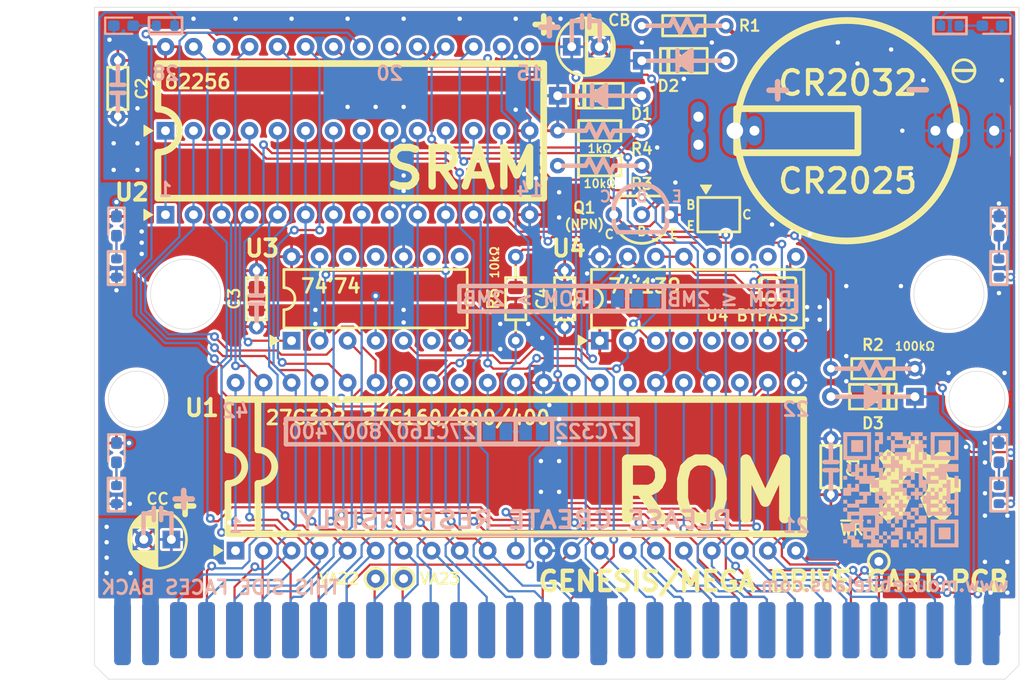
<source format=kicad_pcb>
(kicad_pcb (version 20240108) (generator "pcbnew") (generator_version "8.0")
  (layers (0 "F.Cu" signal) (31 "B.Cu" signal) (34 "B.Paste" user) (35 "F.Paste" user) (36 "B.SilkS" user "B.Silkscreen") (37 "F.SilkS" user "F.Silkscreen") (38 "B.Mask" user) (39 "F.Mask" user) (44 "Edge.Cuts" user))
  (net 0 "")
  (net 1 "GND")
  (net 2 "Net-(B1-+)")
  (net 3 "+5V")
  (net 4 "+VSW")
  (net 5 "+BATT")
  (net 6 "/~{VRES}")
  (net 7 "Net-(D10-A)")
  (net 8 "Net-(D11-A)")
  (net 9 "Net-(D12-A)")
  (net 10 "Net-(D13-A)")
  (net 11 "Net-(D14-A)")
  (net 12 "Net-(D15-A)")
  (net 13 "Net-(D16-A)")
  (net 14 "Net-(D17-A)")
  (net 15 "Net-(D18-A)")
  (net 16 "Net-(D19-A)")
  (net 17 "/A_{13}")
  (net 18 "/A_{16}")
  (net 19 "/A_{0}")
  (net 21 "/A_{7}")
  (net 24 "/D_{1}")
  (net 25 "/~{OE}")
  (net 26 "/D_{2}")
  (net 27 "/D_{15}")
  (net 29 "/A_{12}")
  (net 31 "/D_{10}")
  (net 33 "/A_{15}")
  (net 34 "/D_{14}")
  (net 35 "/A_{1}")
  (net 36 "/A_{2}")
  (net 37 "/~{TIME}")
  (net 38 "/A_{22}")
  (net 39 "/A_{14}")
  (net 41 "/D_{9}")
  (net 42 "/A_{18}")
  (net 44 "/A_{4}")
  (net 45 "/D_{0}")
  (net 46 "/A_{3}")
  (net 47 "/A_{10}")
  (net 48 "/A_{5}")
  (net 49 "/D_{4}")
  (net 50 "/D_{12}")
  (net 51 "/A_{6}")
  (net 52 "/A_{17}")
  (net 53 "/D_{7}")
  (net 54 "/D_{11}")
  (net 55 "/D_{8}")
  (net 56 "/D_{5}")
  (net 58 "/A_{19}")
  (net 60 "/A_{9}")
  (net 61 "/A_{20}")
  (net 64 "/A_{11}")
  (net 65 "/~{CE}")
  (net 66 "/D_{6}")
  (net 68 "/D_{13}")
  (net 69 "/~{LWR}")
  (net 71 "/A_{21}")
  (net 72 "/D_{3}")
  (net 73 "/A_{8}")
  (net 74 "/~{CE}_{RAM}")
  (net 75 "/~{CE}_{SRAM}")
  (net 76 "Net-(Q1A1-B)")
  (net 77 "Net-(SJ1-A)")
  (net 78 "/SEL")
  (net 79 "Net-(SJ3-A)")
  (net 80 "/~{CE}_{ROM}")
  (net 82 "Net-(U3A-O3)")
  (footprint "Bucketmouse:DIP-28_W15.24mm_DUAL" (layer "F.Cu") (at 113.03 93.345 90)
    (property "Reference" "U2" (hide yes))
    (property "Value" "AS6C62256")
  )
  (footprint "Bucketmouse:THT_SMT_0803_SHORT" (layer "F.Cu") (at 173.355 112.395 -90)
    (property "Reference" "C1")
    (property "Value" "0.1u")
  )
  (footprint "LED_SMD:LED_0603_1608Metric_Pad1.05x0.95mm_HandSolder" (layer "F.Cu") (at 188.595 114.935 -90)
    (property "Reference" "D13" (hide yes))
    (property "Value" "LED")
  )
  (footprint "Bucketmouse:THT_SMT_0803_SHORT" (layer "F.Cu") (at 121.285 97.155 -90)
    (property "Reference" "C3")
    (property "Value" "0.1u")
  )
  (footprint "Bucketmouse:THT_SMT_0803_SHORT" (layer "F.Cu") (at 108.712 78.078 -90)
    (property "Reference" "C2")
    (property "Value" "0.1u")
  )
  (footprint "Bucketmouse:CP_Radial_D5.0mm_P2.50mm" (layer "F.Cu") (at 149.86 78.105)
    (property "Reference" "CB")
    (property "Value" "22u")
  )
  (footprint "Bucketmouse:GENESIS_CART" (layer "F.Cu") (at 106.5911 135.4836)
    (property "Reference" "P1" (hide yes))
    (property "Value" "Genesis Cartridge")
    (fp_line (start 0 -60.96) (end 0 -1.27) (stroke (width 0.05)) (layer "Edge.Cuts"))
    (fp_line (start 0 -60.96) (end 83.82 -60.96) (stroke (width 0.05)) (layer "Edge.Cuts"))
    (fp_line (start 0 -1.27) (end 1.27 0) (stroke (width 0.05)) (layer "Edge.Cuts"))
    (fp_line (start 1.27 0) (end 82.55 0) (stroke (width 0.05)) (layer "Edge.Cuts"))
    (fp_line (start 83.82 -1.27) (end 82.55 0) (stroke (width 0.05)) (layer "Edge.Cuts"))
    (fp_line (start 83.82 -1.27) (end 83.82 -60.96) (stroke (width 0.05)) (layer "Edge.Cuts"))
    (fp_arc (start 3.81 -27.94) (mid 6.35 -25.4) (end 3.81 -22.86) (stroke (width 0.05)) (layer "Edge.Cuts"))
    (fp_arc (start 3.81 -22.86) (mid 1.27 -25.4) (end 3.81 -27.94) (stroke (width 0.05)) (layer "Edge.Cuts"))
    (fp_arc (start 8.255 -38.1) (mid 11.43 -34.925) (end 8.255 -31.75) (stroke (width 0.05)) (layer "Edge.Cuts"))
    (fp_arc (start 8.255 -31.75) (mid 5.08 -34.925) (end 8.255 -38.1) (stroke (width 0.05)) (layer "Edge.Cuts"))
    (fp_arc (start 77.47 -38.1) (mid 80.645 -34.925) (end 77.47 -31.75) (stroke (width 0.05)) (layer "Edge.Cuts"))
    (fp_arc (start 77.47 -31.75) (mid 74.295 -34.925) (end 77.47 -38.1) (stroke (width 0.05)) (layer "Edge.Cuts"))
    (fp_arc (start 80.01 -27.94) (mid 82.55 -25.4) (end 80.01 -22.86) (stroke (width 0.05)) (layer "Edge.Cuts"))
    (fp_arc (start 80.01 -22.86) (mid 77.47 -25.4) (end 80.01 -27.94) (stroke (width 0.05)) (layer "Edge.Cuts"))
  )
  (footprint "Bucketmouse:R_0603_1608Metric_Boxed" (layer "F.Cu") (at 188.595 118.745 90)
    (property "Reference" "R13" (hide yes))
    (property "Value" "10k")
  )
  (footprint "Bucketmouse:THT_SMT_0803" (layer "F.Cu") (at 156.21 85.725 180)
    (property "Reference" "R4")
    (property "Value" "10k")
  )
  (footprint "Bucketmouse:COIN_CELL" (layer "F.Cu") (at 174.8085 85.725 180)
    (property "Reference" "B1" (hide yes))
    (property "Value" "CR2025")
  )
  (footprint "Bucketmouse:TestPoint_THTPad_D1.5mm_Drill0.7mm" (layer "F.Cu") (at 132.08 126.365)
    (property "Reference" "TP1" (hide yes))
    (property "Value" "TPB1,27")
  )
  (footprint "Bucketmouse:THT_SMT_0803" (layer "F.Cu") (at 180.975 107.315 180)
    (property "Reference" "R2")
    (property "Value" "100k")
  )
  (footprint "Bucketmouse:TestPoint_THTPad_D1.5mm_Drill0.7mm" (layer "F.Cu") (at 177.7 124.8)
    (property "Reference" "TP3" (hide yes))
    (property "Value" "TPB1,27")
  )
  (footprint "LED_SMD:LED_0603_1608Metric_Pad1.05x0.95mm_HandSolder" (layer "F.Cu") (at 108.585 114.935 -90)
    (property "Reference" "D10" (hide yes))
    (property "Value" "LED")
  )
  (footprint "Bucketmouse:TO-92L_Inline_Wide" (layer "F.Cu") (at 158.75 93.345 180)
    (property "Reference" "Q1A1" (hide yes))
    (property "Value" "2N3904")
  )
  (footprint "Bucketmouse:R_0603_1608Metric_Boxed" (layer "F.Cu") (at 108.585 118.745 90)
    (property "Reference" "R10" (hide yes))
    (property "Value" "10k")
  )
  (footprint "Bucketmouse:THT_SMT_0803" (layer "F.Cu") (at 144.78 97.155 -90)
    (property "Reference" "R5")
    (property "Value" "10k")
  )
  (footprint "Bucketmouse:THT_SMT_0803" (layer "F.Cu") (at 156.21 88.9 180)
    (property "Reference" "R3")
    (property "Value" "10k")
  )
  (footprint "Bucketmouse:DIP-42_W15.24mm" (layer "F.Cu") (at 119.38 123.825 90)
    (property "Reference" "U1")
    (property "Value" "27C322")
  )
  (footprint "Bucketmouse:DIODE_THT_SMT" (layer "F.Cu") (at 156.21 79.375)
    (property "Reference" "D2")
    (property "Value" "D")
  )
  (footprint "Bucketmouse:SOT-23" (layer "F.Cu") (at 163.195 93.345)
    (property "Reference" "Q1B1" (hide yes))
    (property "Value" "MMBT3904")
  )
  (footprint "LOGO" (layer "F.Cu") (at 181 117.5)
    (property "Reference" "G***" (hide yes))
    (property "Value" "LOGO" (hide yes))
  )
  (footprint "LED_SMD:LED_0603_1608Metric_Pad1.05x0.95mm_HandSolder" (layer "F.Cu") (at 108.585 94.375 -90)
    (property "Reference" "D11" (hide yes))
    (property "Value" "LED")
  )
  (footprint "Bucketmouse:DIP-14_W7.62mm" (layer "F.Cu") (at 124.46 104.775 90)
    (property "Reference" "U3")
    (property "Value" "74HC74")
  )
  (footprint "Bucketmouse:SJ" (layer "F.Cu") (at 168.529 100.076)
    (property "Reference" "SJ5" (hide yes))
    (property "Value" "Jumper_2_Open")
  )
  (footprint "Bucketmouse:DIP-16_W7.62mm" (layer "F.Cu") (at 152.4 104.775 90)
    (property "Reference" "U4")
    (property "Value" "74LS139")
  )
  (footprint "Bucketmouse:DIODE_THT_SMT" (layer "F.Cu") (at 148.59 82.55)
    (property "Reference" "D1")
    (property "Value" "D")
  )
  (footprint "Bucketmouse:THT_SMT_0803_SHORT" (layer "F.Cu") (at 149.225 97.155 -90)
    (property "Reference" "C4")
    (property "Value" "0.1u")
  )
  (footprint "LED_SMD:LED_0603_1608Metric_Pad1.05x0.95mm_HandSolder" (layer "F.Cu") (at 188.595 94.375 -90)
    (property "Reference" "D12" (hide yes))
    (property "Value" "LED")
  )
  (footprint "Bucketmouse:CP_Radial_D5.0mm_P2.50mm" (layer "F.Cu") (at 113.5634 122.809 180)
    (property "Reference" "CC")
    (property "Value" "22u")
  )
  (footprint "Bucketmouse:DIODE_THT_SMT" (layer "F.Cu") (at 180.975 109.855 180)
    (property "Reference" "D3")
    (property "Value" "D")
  )
  (footprint "Bucketmouse:R_0603_1608Metric_Boxed" (layer "F.Cu") (at 108.585 98.185 90)
    (property "Reference" "R11" (hide yes))
    (property "Value" "10k")
  )
  (footprint "Bucketmouse:R_0603_1608Metric_Boxed" (layer "F.Cu") (at 188.595 98.185 90)
    (property "Reference" "R12" (hide yes))
    (property "Value" "10k")
  )
  (footprint "Bucketmouse:TestPoint_THTPad_D1.5mm_Drill0.7mm" (layer "F.Cu") (at 134.62 126.365)
    (property "Reference" "TP2" (hide yes))
    (property "Value" "TPB1,27")
  )
  (footprint "Bucketmouse:THT_SMT_0803" (layer "F.Cu") (at 156.21 76.2)
    (property "Reference" "R1")
    (property "Value" "1k")
  )
  (footprint "LED_SMD:LED_0603_1608Metric_Pad1.05x0.95mm_HandSolder" (layer "B.Cu") (at 188.595 114.935 -90)
    (property "Reference" "D19" (hide yes))
    (property "Value" "LED")
  )
  (footprint "Bucketmouse:R_0603_1608Metric_Boxed" (layer "B.Cu") (at 108.585 118.745 90)
    (property "Reference" "R14" (hide yes))
    (property "Value" "10k")
  )
  (footprint "Bucketmouse:R_0603_1608Metric_Boxed" (layer "B.Cu") (at 184.15 76.2)
    (property "Reference" "R17" (hide yes))
    (property "Value" "10k")
  )
  (footprint "Bucketmouse:SJ" (layer "B.Cu") (at 153.2382 100.965 180)
    (property "Reference" "SJ3" (hide yes))
    (property "Value" "Jumper_2_Open")
  )
  (footprint "LOGO" (layer "B.Cu") (at 179.7 118.3 180)
    (property "Reference" "G***" (hide yes))
    (property "Value" "LOGO" (hide yes))
  )
  (footprint "LED_SMD:LED_0603_1608Metric_Pad1.05x0.95mm_HandSolder" (layer "B.Cu") (at 108.585 94.375 -90)
    (property "Reference" "D15" (hide yes))
    (property "Value" "LED")
  )
  (footprint "Bucketmouse:SJ" (layer "B.Cu") (at 156.5402 100.965 180)
    (property "Reference" "SJ4" (hide yes))
    (property "Value" "Jumper_2_Open")
  )
  (footprint "LOGO" (layer "B.Cu") (at 173.99 85.725 180)
    (property "Reference" "G***" (hide yes))
    (property "Value" "LOGO" (hide yes))
  )
  (footprint "LED_SMD:LED_0603_1608Metric_Pad1.05x0.95mm_HandSolder" (layer "B.Cu") (at 188.595 94.375 -90)
    (property "Reference" "D18" (hide yes))
    (property "Value" "LED")
  )
  (footprint "Bucketmouse:SJ" (layer "B.Cu") (at 143.129 113.03 180)
    (property "Reference" "SJ1" (hide yes))
    (property "Value" "Jumper_2_Open")
  )
  (footprint "Bucketmouse:R_0603_1608Metric_Boxed" (layer "B.Cu") (at 188.595 98.185 90)
    (property "Reference" "R18" (hide yes))
    (property "Value" "10k")
  )
  (footprint "LED_SMD:LED_0603_1608Metric_Pad1.05x0.95mm_HandSolder" (layer "B.Cu") (at 109.22 76.2)
    (property "Reference" "D16" (hide yes))
    (property "Value" "LED")
  )
  (footprint "LED_SMD:LED_0603_1608Metric_Pad1.05x0.95mm_HandSolder" (layer "B.Cu") (at 187.96 76.2 180)
    (property "Reference" "D17" (hide yes))
    (property "Value" "LED")
  )
  (footprint "Bucketmouse:R_0603_1608Metric_Boxed" (layer "B.Cu") (at 108.585 98.185 90)
    (property "Reference" "R15" (hide yes))
    (property "Value" "10k")
  )
  (footprint "Bucketmouse:R_0603_1608Metric_Boxed" (layer "B.Cu") (at 113.03 76.2 180)
    (property "Reference" "R16" (hide yes))
    (property "Value" "10k")
  )
  (footprint "Bucketmouse:SJ" (layer "B.Cu") (at 146.431 113.03 180)
    (property "Reference" "SJ2" (hide yes))
    (property "Value" "Jumper_2_Open")
  )
  (footprint "LED_SMD:LED_0603_1608Metric_Pad1.05x0.95mm_HandSolder" (layer "B.Cu") (at 108.585 114.935 -90)
    (property "Reference" "D14" (hide yes))
    (property "Value" "LED")
  )
  (footprint "Bucketmouse:R_0603_1608Metric_Boxed" (layer "B.Cu") (at 188.595 118.745 90)
    (property "Reference" "R19" (hide yes))
    (property "Value" "10k")
  )
  (gr_line (start 153.67 85.725) (end 156.21 85.725) (stroke (width 0.4064)) (layer "B.SilkS"))
  (gr_line (start 153.3525 86.36) (end 153.67 85.725) (stroke (width 0.4064)) (layer "B.SilkS"))
  (gr_line (start 152.4 78.105) (end 152.4 75.7682) (stroke (width 0.4064)) (layer "B.SilkS"))
  (gr_line (start 158.496 92.583) (end 158.496 94.234) (stroke (width 0.4064)) (layer "B.SilkS"))
  (gr_line (start 160.0835 79.375) (end 159.4485 79.375) (stroke (width 0.4064)) (layer "B.SilkS"))
  (gr_line (start 152.7175 88.265) (end 153.3525 89.535) (stroke (width 0.4064)) (layer "B.SilkS"))
  (gr_line (start 159.7025 76.835) (end 160.3375 75.565) (stroke (width 0.4064)) (layer "B.SilkS"))
  (gr_line (start 139.6746 99.8093) (end 154.8003 99.8093) (stroke (width 0.4064)) (layer "B.SilkS"))
  (gr_line (start 176.8475 107.95) (end 176.2125 106.68) (stroke (width 0.4064)) (layer "B.SilkS"))
  (gr_line (start 112.6363 120.4468) (end 112.6363 119.9388) (stroke (width 0.4064)) (layer "B.SilkS"))
  (gr_line (start 178.435 107.315) (end 178.1175 107.95) (stroke (width 0.4064)) (layer "B.SilkS"))
  (gr_line (start 153.3525 89.535) (end 153.67 88.9) (stroke (width 0.4064)) (layer "B.SilkS"))
  (gr_line (start 177.165 109.855) (end 176.53 110.49) (stroke (width 0.4064)) (layer "B.SilkS"))
  (gr_line (start 163.8935 79.375) (end 160.0835 79.375) (stroke (width 0.4064)) (layer "B.SilkS"))
  (gr_arc (start 155.956 90.6145) (mid 157.646841 91.104449) (end 158.496 92.6465) (stroke (width 0.4064)) (layer "B.SilkS"))
  (gr_line (start 159.4485 79.375) (end 156.2735 79.375) (stroke (width 0.4064)) (layer "B.SilkS"))
  (gr_line (start 152.0825 86.36) (end 152.7175 85.09) (stroke (width 0.4064)) (layer "B.SilkS"))
  (gr_line (start 121.285 101.4095) (end 121.8692 101.4095) (stroke (width 0.4064)) (layer "B.SilkS"))
  (gr_line (start 152.9715 83.185) (end 152.9715 83.5025) (stroke (width 0.4064)) (layer "B.SilkS"))
  (gr_line (start 173.355 115.7859) (end 172.7708 115.7859) (stroke (width 0.4064)) (layer "B.SilkS"))
  (gr_line (start 170.2054 102.1207) (end 154.963595 102.1207) (stroke (width 0.4064)) (layer "B.SilkS"))
  (gr_line (start 112.6363 120.4468) (end 112.6363 121.0564) (stroke (width 0.4064)) (layer "B.SilkS"))
  (gr_line (start 158.21025 101.91115) (end 158.21025 99.96805) (stroke (width 0.4064)) (layer "B.SilkS"))
  (gr_line (start 111.0361 120.4468) (end 111.9759 120.4468) (stroke (width 0.4064)) (layer "B.SilkS"))
  (gr_line (start 154.8003 99.8093) (end 170.2054 99.8093) (stroke (width 0.4064)) (layer "B.SilkS"))
  (gr_line (start 108.712 84.455) (end 108.712 82.296) (stroke (width 0.4064)) (layer "B.SilkS"))
  (gr_line (start 108.712 81.5594) (end 109.2962 81.5594) (stroke (width 0.4064)) (layer "B.SilkS"))
  (gr_line (start 160.7185 78.74) (end 160.7185 80.01) (stroke (width 0.4064)) (layer "B.SilkS"))
  (gr_line (start 108.712 81.5594) (end 108.1278 81.5594) (stroke (width 0.4064)) (layer "B.SilkS"))
  (gr_arc (start 153.67 92.6465) (mid 154.519178 91.104472) (end 156.21 90.6145) (stroke (width 0.4064)) (layer "B.SilkS"))
  (gr_line (start 177.165 109.855) (end 176.53 109.22) (stroke (width 0.4064)) (layer "B.SilkS"))
  (gr_line (start 141.478 112.05845) (end 141.478 114.00155) (stroke (width 0.4064)) (layer "B.SilkS"))
  (gr_line (start 156.21 76.2) (end 158.75 76.2) (stroke (width 0.4064)) (layer "B.SilkS"))
  (gr_line (start 113.5761 122.7836) (end 113.5761 120.4468) (stroke (width 0.4064)) (layer "B.SilkS"))
  (gr_line (start 144.78 112.014) (end 144.78 113.9571) (stroke (width 0.4064)) (layer "B.SilkS"))
  (gr_line (start 152.4 75.7682) (end 151.4602 75.7682) (stroke (width 0.4064)) (layer "B.SilkS"))
  (gr_line (start 170.2054 99.8093) (end 170.2054 102.1207) (stroke (width 0.4064)) (layer "B.SilkS"))
  (gr_line (start 151.4475 88.265) (end 152.0825 89.535) (stroke (width 0.4064)) (layer "B.SilkS"))
  (gr_line (start 139.6746 102.1207) (end 139.6746 99.8093) (stroke (width 0.4064)) (layer "B.SilkS"))
  (gr_line (start 152.7175 85.09) (end 153.3525 86.36) (stroke (width 0.4064)) (layer "B.SilkS"))
  (gr_line (start 155.829 114.173) (end 144.854395 114.173) (stroke (width 0.4064)) (layer "B.SilkS"))
  (gr_line (start 160.0835 79.375) (end 160.7185 78.74) (stroke (width 0.4064)) (layer "B.SilkS"))
  (gr_line (start 121.285 98.4885) (end 121.285 100.6729) (stroke (width 0.4064)) (layer "B.SilkS"))
  (gr_line (start 160.0835 79.375) (end 160.7185 80.01) (stroke (width 0.4064)) (layer "B.SilkS"))
  (gr_line (start 159.0675 75.565) (end 159.7025 76.835) (stroke (width 0.4064)) (layer "B.SilkS"))
  (gr_line (start 151.4602 75.7682) (end 151.4602 75.2602) (stroke (width 0.4064)) (layer "B.SilkS"))
  (gr_line (start 108.712 82.296) (end 109.2962 82.296) (stroke (width 0.4064)) (layer "B.SilkS"))
  (gr_line (start 153.67 88.9) (end 156.21 88.9) (stroke (width 0.4064)) (layer "B.SilkS"))
  (gr_line (start 177.8 110.8075) (end 177.8 109.855) (stroke (width 0.4064)) (layer "B.SilkS"))
  (gr_line (start 113.5761 120.4468) (end 112.6363 120.4468) (stroke (width 0.4064)) (layer "B.SilkS"))
  (gr_line (start 152.9715 81.5975) (end 152.9715 81.915) (stroke (width 0.4064)) (layer "B.SilkS"))
  (gr_line (start 151.7015 82.55) (end 151.7015 83.5025) (stroke (width 0.4064)) (layer "B.SilkS"))
  (gr_line (start 160.3375 75.565) (end 160.9725 76.835) (stroke (width 0.4064)) (layer "B.SilkS"))
  (gr_line (start 152.3365 82.55) (end 152.9715 83.185) (stroke (width 0.4064)) (layer "B.SilkS"))
  (gr_line (start 152.3365 82.55) (end 156.1465 82.55) (stroke (width 0.4064)) (layer "B.SilkS"))
  (gr_line (start 177.8 109.855) (end 177.8 108.9025) (stroke (width 0.4064)) (layer "B.SilkS"))
  (gr_line (start 152.9715 81.915) (end 152.9715 83.185) (stroke (width 0.4064)) (layer "B.SilkS"))
  (gr_line (start 176.53 109.22) (end 176.53 108.9025) (stroke (width 0.4064)) (layer "B.SilkS"))
  (gr_line (start 158.75 76.2) (end 159.0675 75.565) (stroke (width 0.4064)) (layer "B.SilkS"))
  (gr_line (start 108.712 82.296) (end 108.1278 82.296) (stroke (width 0.4064)) (layer "B.SilkS"))
  (gr_line (start 173.355 116.5225) (end 172.7708 116.5225) (stroke (width 0.4064)) (layer "B.SilkS"))
  (gr_line (start 152.3365 82.55) (end 152.9715 81.915) (stroke (width 0.4064)) (layer "B.SilkS"))
  (gr_line (start 178.1175 107.95) (end 177.4825 106.68) (stroke (width 0.4064)) (layer "B.SilkS"))
  (gr_line (start 161.29 76.2) (end 163.83 76.2) (stroke (width 0.4064)) (layer "B.SilkS"))
  (gr_line (start 151.4475 85.09) (end 152.0825 86.36) (stroke (width 0.4064)) (layer "B.SilkS"))
  (gr_line (start 111.0361 122.7836) (end 111.0361 120.4468) (stroke (width 0.4064)) (layer "B.SilkS"))
  (gr_line (start 150.7998 75.7682) (end 150.7998 75.2602) (stroke (width 0.4064)) (layer "B.SilkS"))
  (gr_line (start 144.854395 114.173) (end 123.952 114.173) (stroke (width 0.4064)) (layer "B.SilkS"))
  (gr_line (start 121.285 100.6729) (end 121.8692 100.6729) (stroke (width 0.4064)) (layer "B.SilkS"))
  (gr_line (start 154.051 94.9325) (end 158.115 94.9325) (stroke (width 0.4064)) (layer "B.SilkS"))
  (gr_line (start 176.53 108.9025) (end 177.8 109.855) (stroke (width 0.4064)) (layer "B.SilkS"))
  (gr_line (start 149.86 75.7682) (end 150.7998 75.7682) (stroke (width 0.4064)) (layer "B.SilkS"))
  (gr_line (start 152.9715 83.5025) (end 151.7015 82.55) (stroke (width 0.4064)) (layer "B.SilkS"))
  (gr_line (start 154.963595 102.1207) (end 139.6746 102.1207) (stroke (width 0.4064)) (layer "B.SilkS"))
  (gr_line (start 151.13 85.725) (end 151.4475 85.09) (stroke (width 0.4064)) (layer "B.SilkS"))
  (gr_line (start 148.5265 82.55) (end 151.7015 82.55) (stroke (width 0.4064)) (layer "B.SilkS"))
  (gr_line (start 150.7998 75.7682) (end 150.7998 76.3778) (stroke (width 0.4064)) (layer "B.SilkS"))
  (gr_line (start 151.7015 82.55) (end 152.3365 82.55) (stroke (width 0.4064)) (layer "B.SilkS"))
  (gr_line (start 180.975 109.855) (end 177.8 109.855) (stroke (width 0.4064)) (layer "B.SilkS"))
  (gr_line (start 159.4485 78.4225) (end 159.4485 79.375) (stroke (width 0.4064)) (layer "B.SilkS"))
  (gr_line (start 108.712 79.375) (end 108.712 81.5594) (stroke (width 0.4064)) (layer "B.SilkS"))
  (gr_line (start 160.7185 78.4225) (end 160.7185 78.74) (stroke (width 0.4064)) (layer "B.SilkS"))
  (gr_line (start 155.829 111.8616) (end 155.829 114.173) (stroke (width 0.4064)) (layer "B.SilkS"))
  (gr_line (start 177.8 109.855) (end 176.53 110.8075) (stroke (width 0.4064)) (layer "B.SilkS"))
  (gr_line (start 173.355 115.7859) (end 173.9392 115.7859) (stroke (width 0.4064)) (layer "B.SilkS"))
  (gr_line (start 177.165 109.855) (end 173.355 109.855) (stroke (width 0.4064)) (layer "B.SilkS"))
  (gr_line (start 121.285 101.4095) (end 120.7008 101.4095) (stroke (width 0.4064)) (layer "B.SilkS"))
  (gr_line (start 173.355 116.5225) (end 173.9392 116.5225) (stroke (width 0.4064)) (layer "B.SilkS"))
  (gr_line (start 160.7185 80.01) (end 160.7185 80.3275) (stroke (width 0.4064)) (layer "B.SilkS"))
  (gr_line (start 159.4485 79.375) (end 160.7185 78.4225) (stroke (width 0.4064)) (layer "B.SilkS"))
  (gr_line (start 151.7015 82.55) (end 152.9715 81.5975) (stroke (width 0.4064)) (layer "B.SilkS"))
  (gr_line (start 123.952 111.8616) (end 144.6911 111.8616) (stroke (width 0.4064)) (layer "B.SilkS"))
  (gr_line (start 158.1912 100.00615) (end 158.1912 101.94925) (stroke (width 0.4064)) (layer "B.SilkS"))
  (gr_line (start 180.975 107.315) (end 178.435 107.315) (stroke (width 0.4064)) (layer "B.SilkS"))
  (gr_line (start 148.59 85.725) (end 151.13 85.725) (stroke (width 0.4064)) (layer "B.SilkS"))
  (gr_line (start 160.9725 76.835) (end 161.29 76.2) (stroke (width 0.4064)) (layer "B.SilkS"))
  (gr_line (start 173.355 113.6015) (end 173.355 115.7859) (stroke (width 0.4064)) (layer "B.SilkS"))
  (gr_line (start 151.13 88.9) (end 151.4475 88.265) (stroke (width 0.4064)) (layer "B.SilkS"))
  (gr_line (start 153.67 92.6465) (end 153.67 94.2975) (stroke (width 0.4064)) (layer "B.SilkS"))
  (gr_line (start 111.9759 120.4468) (end 111.9759 119.9388) (stroke (width 0.4064)) (layer "B.SilkS"))
  (gr_line (start 151.4602 75.7682) (end 151.4602 76.3778) (stroke (width 0.4064)) (layer "B.SilkS"))
  (gr_line (start 153.67 94.2975) (end 154.051 94.9325) (stroke (width 0.4064)) (layer "B.SilkS"))
  (gr_line (start 148.59 88.9) (end 151.13 88.9) (stroke (width 0.4064)) (layer "B.SilkS"))
  (gr_line (start 176.53 110.49) (end 176.53 109.22) (stroke (width 0.4064)) (layer "B.SilkS"))
  (gr_line (start 149.86 78.105) (end 149.86 75.7682) (stroke (width 0.4064)) (layer "B.SilkS"))
  (gr_line (start 177.8 109.855) (end 177.165 109.855) (stroke (width 0.4064)) (layer "B.SilkS"))
  (gr_line (start 173.355 118.6815) (end 173.355 116.5225) (stroke (width 0.4064)) (layer "B.SilkS"))
  (gr_line (start 154.8892 99.9617) (end 154.8892 101.9048) (stroke (width 0.4064)) (layer "B.SilkS"))
  (gr_line (start 152.0825 89.535) (end 152.7175 88.265) (stroke (width 0.4064)) (layer "B.SilkS"))
  (gr_line (start 111.9759 120.4468) (end 111.9759 121.0564) (stroke (width 0.4064)) (layer "B.SilkS"))
  (gr_line (start 123.952 114.173) (end 123.952 111.8616) (stroke (width 0.4064)) (layer "B.SilkS"))
  (gr_line (start 151.7015 81.5975) (end 151.7015 82.55) (stroke (width 0.4064)) (layer "B.SilkS"))
  (gr_line (start 175.895 107.315) (end 173.355 107.315) (stroke (width 0.4064)) (layer "B.SilkS"))
  (gr_line (start 121.285 103.5685) (end 121.285 101.4095) (stroke (width 0.4064)) (layer "B.SilkS"))
  (gr_line (start 160.7185 80.3275) (end 159.4485 79.375) (stroke (width 0.4064)) (layer "B.SilkS"))
  (gr_line (start 177.4825 106.68) (end 176.8475 107.95) (stroke (width 0.4064)) (layer "B.SilkS"))
  (gr_line (start 176.2125 106.68) (end 175.895 107.315) (stroke (width 0.4064)) (layer "B.SilkS"))
  (gr_line (start 148.082 112.05845) (end 148.082 114.00155) (stroke (width 0.4064)) (layer "B.SilkS"))
  (gr_line (start 151.5872 100.00615) (end 151.5872 101.94925) (stroke (width 0.4064)) (layer "B.SilkS"))
  (gr_line (start 121.285 100.6729) (end 120.7008 100.6729) (stroke (width 0.4064)) (layer "B.SilkS"))
  (gr_line (start 144.6911 111.8616) (end 155.829 111.8616) (stroke (width 0.4064)) (layer "B.SilkS"))
  (gr_line (start 125.153069 122.404771) (end 164.142069 122.404771) (stroke (width 0.254)) (layer "B.SilkS"))
  (gr_line (start 159.4485 79.375) (end 159.4485 80.3275) (stroke (width 0.4064)) (layer "B.SilkS"))
  (gr_line (start 176.53 110.8075) (end 176.53 110.49) (stroke (width 0.4064)) (layer "B.SilkS"))
  (gr_line (start 158.115 94.9325) (end 158.496 94.2975) (stroke (width 0.4064)) (layer "B.SilkS"))
  (gr_line (start 121.412 110.109) (end 121.412 114.681) (stroke (width 0.6096)) (layer "F.SilkS"))
  (gr_circle (center 185.42 80.287) (end 186.42 80.287) (stroke (width 0.25)) (fill none) (layer "F.SilkS"))
  (gr_line (start 170.8912 110.109) (end 170.8912 122.301) (stroke (width 0.6096)) (layer "F.SilkS"))
  (gr_line (start 118.6942 110.109) (end 170.8912 110.109) (stroke (width 0.6096)) (layer "F.SilkS"))
  (gr_line (start 170.8912 122.301) (end 118.6942 122.301) (stroke (width 0.6096)) (layer "F.SilkS"))
  (gr_line (start 121.412 117.729) (end 121.412 122.301) (stroke (width 0.6096)) (layer "F.SilkS"))
  (gr_arc (start 118.6942 114.681) (mid 120.2182 116.205) (end 118.6942 117.729) (stroke (width 0.6096)) (layer "F.SilkS"))
  (gr_line (start 118.6942 117.729) (end 118.6942 122.301) (stroke (width 0.6096)) (layer "F.SilkS"))
  (gr_line (start 118.6942 110.109) (end 118.6942 114.681) (stroke (width 0.6096)) (layer "F.SilkS"))
  (gr_arc (start 121.412 114.681) (mid 122.936 116.205) (end 121.412 117.729) (stroke (width 0.6096)) (layer "F.SilkS"))
  (gr_text "PLEASE CREATE RESPONSIBLY" (at 144.78 121.031 0) (layer "B.SilkS") (effects (font (size 1.5 1.75) (thickness 0.33) (bold yes)) (justify mirror)))
  (gr_text "E" (at 159.385 91.694 0) (layer "B.SilkS") (effects (font (size 1 1) (thickness 0.2)) (justify mirror)))
  (gr_text "20" (at 133.35 80.518 0) (layer "B.SilkS") (effects (font (size 1.25 1.25) (thickness 0.25)) (justify mirror)))
  (gr_text "42" (at 119.38 111.125 0) (layer "B.SilkS") (effects (font (size 1.25 1.25) (thickness 0.25)) (justify mirror)))
  (gr_text "21" (at 170.2054 121.539 0) (layer "B.SilkS") (effects (font (size 1.25 1.25) (thickness 0.25)) (justify mirror)))
  (gr_text "ROM > 2MB" (at 151.4348 100.9904 0) (layer "B.SilkS") (effects (font (size 1.25 1.25) (thickness 0.25)) (justify left mirror)))
  (gr_text "22" (at 170.18 110.998 0) (layer "B.SilkS") (effects (font (size 1.25 1.25) (thickness 0.25)) (justify mirror)))
  (gr_text "28" (at 113.03 80.518 0) (layer "B.SilkS") (effects (font (size 1.25 1.25) (thickness 0.25)) (justify mirror)))
  (gr_text "1" (at 119.38 121.539 0) (layer "B.SilkS") (effects (font (size 1.25 1.25) (thickness 0.25)) (justify mirror)))
  (gr_text "+" (at 168.529 81.915 0) (layer "B.SilkS") (effects (font (size 2.032 2.032) (thickness 0.508)) (justify mirror)))
  (gr_text "14" (at 146.05 91.059 0) (layer "B.SilkS") (effects (font (size 1.25 1.25) (thickness 0.25)) (justify mirror)))
  (gr_text "ROM ≤ 2MB" (at 158.369 101.0158 0) (layer "B.SilkS") (effects (font (size 1.25 1.25) (thickness 0.25)) (justify right mirror)))
  (gr_text "_" (at 181.229 80.899 0) (layer "B.SilkS") (effects (font (size 2.032 2.032) (thickness 0.508)) (justify mirror)))
  (gr_text "C" (at 152.908 91.694 0) (layer "B.SilkS") (effects (font (size 1 1) (thickness 0.2)) (justify mirror)))
  (gr_text "1" (at 113.03 91.059 0) (layer "B.SilkS") (effects (font (size 1.25 1.25) (thickness 0.25)) (justify mirror)))
  (gr_text "+" (at 114.681 118.999 0) (layer "B.SilkS") (effects (font (size 2.032 2.032) (thickness 0.508)) (justify mirror)))
  (gr_text "27C322" (at 151.9428 113.03 0) (layer "B.SilkS") (effects (font (size 1.25 1.25) (thickness 0.25)) (justify mirror)))
  (gr_text "15" (at 146.05 80.518 0) (layer "B.SilkS") (effects (font (size 1.25 1.25) (thickness 0.25)) (justify mirror)))
  (gr_text "27C160/800/400" (at 141.3256 113.03 0) (layer "B.SilkS") (effects (font (size 1.25 1.25) (thickness 0.25)) (justify left mirror)))
  (gr_text "www.mousebitelabs.com" (at 189.611 127.635 0) (layer "B.SilkS") (effects (font (size 1.25 1.25) (thickness 0.25) (bold yes)) (justify left bottom mirror)))
  (gr_text "THIS SIDE FACES BACK" (at 107.061 127.889 0) (layer "B.SilkS") (effects (font (size 1.25 1.25) (thickness 0.25) (bold yes)) (justify right bottom mirror)))
  (gr_text "+" (at 147.828 76.2 0) (layer "B.SilkS") (effects (font (size 2.032 2.032) (thickness 0.508)) (justify mirror)))
  (gr_text "B" (at 156.21 91.694 0) (layer "B.SilkS") (effects (font (size 1 1) (thickness 0.2)) (justify mirror)))
  (gr_text "10kΩ" (at 152.4 90.5256 0) (layer "F.SilkS") (effects (font (size 0.75 0.75) (thickness 0.15) (bold yes))))
  (gr_text "+" (at 114.808 119.634 0) (layer "F.SilkS") (effects (font (size 2.032 2.032) (thickness 0.508))))
  (gr_text "VA23" (at 137.922 126.365 0) (layer "F.SilkS") (effects (font (size 1 1) (thickness 0.2) (bold yes))))
  (gr_text "~{WR}" (at 175.26 121.92 0) (layer "F.SilkS") (effects (font (size 1 1) (thickness 0.2) (bold yes))))
  (gr_text "10kΩ" (at 142.875 97.663 90) (layer "F.SilkS") (effects (font (size 0.75 0.75) (thickness 0.15) (bold yes))))
  (gr_text "62256" (at 115.951 81.28 0) (layer "F.SilkS") (effects (font (size 1.25 1.25) (thickness 0.25) (bold yes))))
  (gr_text "B" (at 160.655 92.456 0) (layer "F.SilkS") (effects (font (size 0.8 0.8) (thickness 0.175))))
  (gr_text "CR2032" (at 174.879 81.407 0) (layer "F.SilkS") (effects (font (size 2.159 2.159) (thickness 0.381))))
  (gr_text "SRAM" (at 139.954 89.154 0) (layer "F.SilkS") (effects (font (size 3.5 3.5) (thickness 0.666) (bold yes))))
  (gr_text "GENESIS/MEGA DRIVE CART PCB" (at 189.738 127.635 0) (layer "F.SilkS") (effects (font (size 1.75 1.75) (thickness 0.4) (bold yes)) (justify right bottom)))
  (gr_text "_" (at 185.42 78.994 0) (layer "F.SilkS") (effects (font (size 2.3 2.3) (thickness 0.3))))
  (gr_text "1kΩ" (at 152.4 87.3506 0) (layer "F.SilkS") (effects (font (size 0.75 0.75) (thickness 0.15) (bold yes))))
  (gr_text "ROM" (at 171.069 121.539 0) (layer "F.SilkS") (effects (font (size 5.25 5.25) (thickness 1) (bold yes)) (justify right bottom)))
  (gr_text "(NPN)" (at 151.003 94.2086 0) (layer "F.SilkS") (effects (font (size 0.8 0.8) (thickness 0.175))))
  (gr_text "VA22" (at 128.778 126.365 0) (layer "F.SilkS") (effects (font (size 1 1) (thickness 0.2) (bold yes))))
  (gr_text "U2" (at 109.982 91.313 0) (layer "F.SilkS") (effects (font (size 1.5 1.5) (thickness 0.33) (bold yes))))
  (gr_text "Q1" (at 151.003 92.71 0) (layer "F.SilkS") (effects (font (size 1 1) (thickness 0.2) (bold yes))))
  (gr_text "U4 BYPASS" (at 166.243 102.489 0) (layer "F.SilkS") (effects (font (size 1 1) (thickness 0.2) (bold yes))))
  (gr_text "74'139" (at 156.464 99.822 0) (layer "F.SilkS") (effects (font (size 1.25 1.25) (thickness 0.25) (bold yes))))
  (gr_text "27C322, 27C160/800/400" (at 135.001 111.76 0) (layer "F.SilkS") (effects (font (size 1.25 1.25) (thickness 0.25) (bold yes))))
  (gr_text "+" (at 147.32 75.946 0) (layer "F.SilkS") (effects (font (size 2.032 2.032) (thickness 0.508))))
  (gr_text "74'74" (at 128.016 99.822 0) (layer "F.SilkS") (effects (font (size 1.25 1.25) (thickness 0.25) (bold yes))))
  (gr_text "C" (at 165.735 93.345 0) (layer "F.SilkS") (effects (font (size 0.8 0.8) (thickness 0.175))))
  (gr_text "B" (at 156.21 94.869 0) (layer "F.SilkS") (effects (font (size 0.8 0.8) (thickness 0.175))))
  (gr_text "E" (at 160.655 94.361 0) (layer "F.SilkS") (effects (font (size 0.8 0.8) (thickness 0.175))))
  (gr_text "CR2025" (at 174.879 90.297 0) (layer "F.SilkS") (effects (font (size 2.159 2.159) (thickness 0.381))))
  (gr_text "100kΩ" (at 180.975 105.283 0) (layer "F.SilkS") (effects (font (size 0.75 0.75) (thickness 0.15) (bold yes))))
  (gr_text "C" (at 153.2636 95.123 0) (layer "F.SilkS") (effects (font (size 0.8 0.8) (thickness 0.175))))
  (gr_text "E" (at 159.131 95.123 0) (layer "F.SilkS") (effects (font (size 0.8 0.8) (thickness 0.175))))
  (segment (start 188.595 93.5) (end 188.595 92.329) (width 0.2) (layer "F.Cu") (net 1))
  (segment (start 149.225 101.98) (end 149.225 103.505) (width 0.4) (layer "F.Cu") (net 1))
  (segment (start 184.150018 85.725) (end 184.785018 85.725) (width 0.4) (layer "F.Cu") (net 1))
  (segment (start 187.8711 127.6731) (end 187.8711 131.0386) (width 0.2) (layer "F.Cu") (net 1))
  (segment (start 178.175 107.315) (end 180.975 107.315) (width 0.4) (layer "F.Cu") (net 1))
  (segment (start 121.285 101.98) (end 121.285 103.505) (width 0.4) (layer "F.Cu") (net 1))
  (segment (start 108.585 92.202) (end 108.585 93.5) (width 0.2) (layer "F.Cu") (net 1))
  (segment (start 188.595 114.06) (end 188.595 112.70431) (width 0.2) (layer "F.Cu") (net 1))
  (segment (start 121.411 101.854) (end 121.285 101.98) (width 0.4) (layer "F.Cu") (net 1))
  (segment (start 187.833 127.635) (end 187.8711 127.6731) (width 0.2) (layer "F.Cu") (net 1))
  (segment (start 188.595 112.70431) (end 188.616196 112.683114) (width 0.2) (layer "F.Cu") (net 1))
  (segment (start 173.355 117.22) (end 173.355 118.745) (width 0.4) (layer "F.Cu") (net 1))
  (segment (start 109.728 114.06) (end 108.585 114.06) (width 0.2) (layer "F.Cu") (net 1))
  (via (at 144.78 83.82) (size 0.8) (drill 0.4) (layers "F.Cu" "B.Cu") (net 1))
  (via (at 148.717 93.599) (size 0.8) (drill 0.4) (layers "F.Cu" "B.Cu") (net 1))
  (via (at 108.331 89.281) (size 0.8) (drill 0.4) (layers "F.Cu" "B.Cu") (net 1))
  (via (at 107.95 77.47) (size 0.8) (drill 0.4) (layers "F.Cu" "B.Cu") (net 1))
  (via (at 108.331 86.868) (size 0.8) (drill 0.4) (layers "F.Cu" "B.Cu") (net 1))
  (via (at 174.752 99.822) (size 0.8) (drill 0.4) (layers "F.Cu" "B.Cu") (net 1))
  (via (at 107.696 124.46) (size 0.8) (drill 0.4) (layers "F.Cu" "B.Cu") (net 1))
  (via (at 180.594 89.662) (size 0.8) (drill 0.4) (layers "F.Cu" "B.Cu") (net 1))
  (via (at 126.619 103.251) (size 0.8) (drill 0.4) (layers "F.Cu" "B.Cu") (net 1))
  (via (at 129.54 75.565) (size 0.8) (drill 0.4) (layers "F.Cu" "B.Cu") (net 1))
  (via (at 129.54 83.566) (size 0.8) (drill 0.4) (layers "F.Cu" "B.Cu") (net 1))
  (via (at 188.595 92.329) (size 0.8) (drill 0.4) (layers "F.Cu" "B.Cu") (net 1))
  (via (at 134.62 91.186) (size 0.8) (drill 0.4) (layers "F.Cu" "B.Cu") (net 1))
  (via (at 168.021 94.234) (size 0.8) (drill 0.4) (layers "F.Cu" "B.Cu") (net 1))
  (via (at 148.717 91.313) (size 0.8) (drill 0.4) (layers "F.Cu" "B.Cu") (net 1))
  (via (at 107.696 125.857) (size 0.8) (drill 0.4) (layers "F.Cu" "B.Cu") (net 1))
  (via (at 134.62 75.565) (size 0.8) (drill 0.4) (layers "F.Cu" "B.Cu") (net 1))
  (via (at 188.595 100.457) (size 0.8) (drill 0.4) (layers "F.Cu" "B.Cu") (net 1))
  (via (at 160.02 81.026) (size 0.8) (drill 0.4) (layers "F.Cu" "B.Cu") (net 1))
  (via (at 189.103 107.696) (size 0.8) (drill 0.4) (layers "F.Cu" "B.Cu") (net 1))
  (via (at 171.45 95.123) (size 0.8) (drill 0.4) (layers "F.Cu" "B.Cu") (net 1))
  (via (at 144.78 75.565) (size 0.8) (drill 0.4) (layers "F.Cu" "B.Cu") (net 1))
  (via (at 187.325 115.824) (size 0.8) (drill 0.4) (layers "F.Cu" "B.Cu") (net 1))
  (via (at 175.768 79.629) (size 0.8) (drill 0.4) (layers "F.Cu" "B.Cu") (net 1))
  (via (at 143.383 103.251) (size 0.8) (drill 0.4) (layers "F.Cu" "B.Cu") (net 1))
  (via (at 147.193 104.521) (size 0.8) (drill 0.4) (layers "F.Cu" "B.Cu") (net 1))
  (via (at 187.325 114.046) (size 0.8) (drill 0.4) (layers "F.Cu" "B.Cu") (net 1))
  (via (at 109.855 125.857) (size 0.8) (drill 0.4) (layers "F.Cu" "B.Cu") (net 1))
  (via (at 134.62 92.583) (size 0.8) (drill 0.4) (layers "F.Cu" "B.Cu") (net 1))
  (via (at 119.38 75.565) (size 0.8) (drill 0.4) (layers "F.Cu" "B.Cu") (net 1))
  (via (at 110.49 83.693) (size 0.8) (drill 0.4) (layers "F.Cu" "B.Cu") (net 1))
  (via (at 110.49 89.281) (size 0.8) (drill 0.4) (layers "F.Cu" "B.Cu") (net 1))
  (via (at 134.62 86.614) (size 0.8) (drill 0.4) (layers "F.Cu" "B.Cu") (net 1))
  (via (at 189.357 120.65) (size 0.8) (drill 0.4) (layers "F.Cu" "B.Cu") (net 1))
  (via (at 189.357 124.841) (size 0.8) (drill 0.4) (layers "F.Cu" "B.Cu") (net 1))
  (via (at 174.752 108.458) (size 0.8) (drill 0.4) (layers "F.Cu" "B.Cu") (net 1))
  (via (at 187.833 127.635) (size 0.8) (drill 0.4) (layers "F.Cu" "B.Cu") (net 1))
  (via (at 187.325 118.618) (size 0.8) (drill 0.4) (layers "F.Cu" "B.Cu") (net 1))
  (via (at 143.383 105.537) (size 0.8) (drill 0.4) (layers "F.Cu" "B.Cu") (net 1))
  (via (at 145.923 103.251) (size 0.8) (drill 0.4) (layers "F.Cu" "B.Cu") (net 1))
  (via (at 109.728 114.06) (size 0.8) (drill 0.4) (layers "F.Cu" "B.Cu") (net 1))
  (via (at 159.258 90.424) (size 0.8) (drill 0.4) (layers "F.Cu" "B.Cu") (net 1))
  (via (at 157.607 87.249) (size 0.8) (drill 0.4) (layers "F.Cu" "B.Cu") (net 1))
  (via (at 148.717 118.491) (size 0.8) (drill 0.4) (layers "F.Cu" "B.Cu") (net 1))
  (via (at 107.696 121.666) (size 0.8) (drill 0.4) (layers "F.Cu" "B.Cu") (net 1))
  (via (at 179.832 85.725) (size 0.8) (drill 0.4) (layers "F.Cu" "B.Cu") (net 1))
  (via (at 134.62 103.124) (size 0.8) (drill 0.4) (layers "F.Cu" "B.Cu") (net 1))
  (via (at 148.844 75.565) (size 0.8) (drill 0.4) (layers "F.Cu" "B.Cu") (net 1))
  (via (at 110.49 86.868) (size 0.8) (drill 0.4) (layers "F.Cu" "B.Cu") (net 1))
  (via (at 148.717 115.697) (size 0.8) (drill 0.4) (layers "F.Cu" "B.Cu") (net 1))
  (via (at 148.717 111.887) (size 0.8) (drill 0.4) (layers "F.Cu" "B.Cu") (net 1))
  (via (at 147.828 110.617) (size 0.8) (drill 0.4) (layers "F.Cu" "B.Cu") (net 1))
  (via (at 188.616196 112.683114) (size 0.8) (drill 0.4) (layers "F.Cu" "B.Cu") (net 1))
  (via (at 145.542 89.662) (size 0.8) (drill 0.4) (layers "F.Cu" "B.Cu") (net 1))
  (via (at 179.705 99.822) (size 0.8) (drill 0.4) (layers "F.Cu" "B.Cu") (net 1))
  (via (at 188.849 81.153) (size 0.8) (drill 0.4) (layers "F.Cu" "B.Cu") (net 1))
  (via (at 144.78 78.994) (size 0.8) (drill 0.4) (layers "F.Cu" "B.Cu") (net 1))
  (via (at 115.57 75.565) (size 0.8) (drill 0.4) (layers "F.Cu" "B.Cu") (net 1))
  (via (at 181.737 81.153) (size 0.8) (drill 0.4) (layers "F.Cu" "B.Cu") (net 1))
  (via (at 162.56 77.724) (size 0.8) (drill 0.4) (layers "F.Cu" "B.Cu") (net 1))
  (via (at 134.62 101.981) (size 0.8) (drill 0.4) (layers "F.Cu" "B.Cu") (net 1))
  (via (at 147.066 115.697) (size 0.8) (drill 0.4) (layers "F.Cu" "B.Cu") (net 1))
  (via (at 156.21 77.724) (size 0.8) (drill 0.4) (layers "F.Cu" "B.Cu") (net 1))
  (via (at 124.46 75.565) (size 0.8) (drill 0.4) (layers "F.Cu" "B.Cu") (net 1))
  (via (at 184.023 107.696) (size 0.8) (drill 0.4) (layers "F.Cu" "B.Cu") (net 1))
  (via (at 146.62 90.043) (size 0.8) (drill 0.4) (layers "F.Cu" "B.Cu") (net 1))
  (via (at 132.08 83.566) (size 0.8) (drill 0.4) (layers "F.Cu" "B.Cu") (net 1))
  (via (at 178.816 78.359) (size 0.8) (drill 0.4) (layers "F.Cu" "B.Cu") (net 1))
  (via (at 126.619 101.981) (size 0.8) (drill 0.4) (layers "F.Cu" "B.Cu") (net 1))
  (via (at 187.325 120.65) (size 0.8) (drill 0.4) (layers "F.Cu" "B.Cu") (net 1))
  (via (at 134.62 89.789) (size 0.8) (drill 0.4) (layers "F.Cu" "B.Cu") (net 1))
  (via (at 107.696 123.063) (size 0.8) (drill 0.4) (layers "F.Cu" "B.Cu") (net 1))
  (via (at 134.62 83.566) (size 0.8) (drill 0.4) (layers "F.Cu" "B.Cu") (net 1))
  (via (at 147.066 118.491) (size 0.8) (drill 0.4) (layers "F.Cu" "B.Cu") (net 1))
  (via (at 187.325 124.841) (size 0.8) (drill 0.4) (layers "F.Cu" "B.Cu") (net 1))
  (via (at 148.717 114.046) (size 0.8) (drill 0.4) (layers "F.Cu" "B.Cu") (net 1))
  (via (at 189.357 127.635) (size 0.8) (drill 0.4) (layers "F.Cu" "B.Cu") (net 1))
  (via (at 173.99 77.724) (size 0.8) (drill 0.4) (layers "F.Cu" "B.Cu") (net 1))
  (via (at 174.752 106.172) (size 0.8) (drill 0.4) (layers "F.Cu" "B.Cu") (net 1))
  (via (at 139.7 75.565) (size 0.8) (drill 0.4) (layers "F.Cu" "B.Cu") (net 1))
  (via (at 108.585 92.202) (size 0.8) (drill 0.4) (layers "F.Cu" "B.Cu") (net 1))
  (segment (start 188.595 112.70431) (end 188.616196 112.683114) (width 0.2) (layer "B.Cu") (net 1))
  (segment (start 152.3111 131.3561) (end 152.3111 128.8161) (width 0.2) (layer "B.Cu") (net 1))
  (segment (start 188.595 93.5) (end 188.595 92.329) (width 0.2) (layer "B.Cu") (net 1))
  (segment (start 187.9638 128.143) (end 187.9638 131.2634) (width 1.5) (layer "B.Cu") (net 1))
  (segment (start 109.728 114.06) (end 108.585 114.06) (width 0.2) (layer "B.Cu") (net 1))
  (segment (start 147.32 108.585) (end 147.485 108.42) (width 0.4) (layer "B.Cu") (net 1))
  (segment (start 126.619 101.981) (end 126.619 98.6282) (width 0.2) (layer "B.Cu") (net 1))
  (segment (start 126.619 98.6282) (end 127 98.2472) (width 0.2) (layer "B.Cu") (net 1))
  (segment (start 187.9638 131.2634) (end 187.8711 131.3561) (width 1.5) (layer "B.Cu") (net 1))
  (segment (start 108.585 92.202) (end 108.585 93.5) (width 0.2) (layer "B.Cu") (net 1))
  (segment (start 152.3111 128.8161) (end 152.3111 127.4064) (width 1.5) (layer "B.Cu") (net 1))
  (segment (start 188.8181 92.329) (end 188.595 92.329) (width 0.2) (layer "B.Cu") (net 1))
  (segment (start 188.595 114.06) (end 188.595 112.70431) (width 0.2) (layer "B.Cu") (net 1))
  (segment (start 127 98.2472) (end 127 97.155) (width 0.2) (layer "B.Cu") (net 1))
  (segment (start 188.835 92.089) (end 188.595 92.329) (width 0.2) (layer "B.Cu") (net 1))
  (segment (start 109.1311 131.3561) (end 109.1311 127.508) (width 1.5) (layer "B.Cu") (net 1))
  (segment (start 163.83 76.2) (end 165.227 77.597) (width 0.4) (layer "F.Cu") (net 2))
  (segment (start 165.227 77.597) (end 165.227 85.146482) (width 0.4) (layer "F.Cu") (net 2))
  (segment (start 165.227 85.146482) (end 164.648482 85.725) (width 0.4) (layer "F.Cu") (net 2))
  (segment (start 161.03 76.2) (end 163.83 76.2) (width 0.4) (layer "F.Cu") (net 2))
  (segment (start 160.631519 85.725) (end 160.02 85.113481) (width 0.4) (layer "F.Cu") (net 2))
  (segment (start 164.822519 85.725) (end 160.631519 85.725) (width 0.4) (layer "F.Cu") (net 2))
  (segment (start 189.865 114.935) (end 189.6611 114.935) (width 0.2) (layer "F.Cu") (net 3))
  (segment (start 144.78 101.98) (end 144.78 104.775) (width 0.2) (layer "F.Cu") (net 3))
  (segment (start 173.355 113.665) (end 173.355 115.195) (width 0.4) (layer "F.Cu") (net 3))
  (segment (start 178.475 109.855) (end 180.975 109.855) (width 0.2) (layer "F.Cu") (net 3))
  (segment (start 153.715 82.55) (end 156.21 82.55) (width 0.4) (layer "F.Cu") (net 3))
  (segment (start 186.080025 114.885) (end 189.815 114.885) (width 0.2) (layer "F.Cu") (net 3))
  (segment (start 188.595 119.57) (end 189.6611 119.57) (width 0.2) (layer "F.Cu") (net 3))
  (segment (start 185.609 114.413975) (end 186.080025 114.885) (width 0.2) (layer "F.Cu") (net 3))
  (segment (start 109.792 119.57) (end 108.585 119.57) (width 0.2) (layer "F.Cu") (net 3))
  (segment (start 108.585 99.01) (end 108.585 100.203) (width 0.2) (layer "F.Cu") (net 3))
  (segment (start 189.815 114.885) (end 189.865 114.935) (width 0.2) (layer "F.Cu") (net 3))
  (segment (start 189.6611 99.01) (end 188.595 99.01) (width 0.2) (layer "F.Cu") (net 3))
  (via (at 171.196 102.87) (size 0.8) (drill 0.4) (layers "F.Cu" "B.Cu") (net 3))
  (via (at 189.6611 99.01) (size 0.8) (drill 0.4) (layers "F.Cu" "B.Cu") (net 3))
  (via (at 110.871 95.885) (size 0.8) (drill 0.4) (layers "F.Cu" "B.Cu") (net 3))
  (via (at 185.609 114.413975) (size 0.8) (drill 0.4) (layers "F.Cu" "B.Cu") (net 3))
  (via (at 110.871 96.901) (size 0.8) (drill 0.4) (layers "F.Cu" "B.Cu") (net 3))
  (via (at 171.196 101.727) (size 0.8) (drill 0.4) (layers "F.Cu" "B.Cu") (net 3))
  (via (at 110.871 94.869) (size 0.8) (drill 0.4) (layers "F.Cu" "B.Cu") (net 3))
  (via (at 172.339 101.727) (size 0.8) (drill 0.4) (layers "F.Cu" "B.Cu") (net 3))
  (via (at 132.08 100.711) (size 0.8) (drill 0.4) (layers "F.Cu" "B.Cu") (net 3))
  (via (at 172.339 102.87) (size 0.8) (drill 0.4) (layers "F.Cu" "B.Cu") (net 3))
  (via (at 154.432 98.933) (size 0.8) (drill 0.4) (layers "F.Cu" "B.Cu") (net 3))
  (via (at 189.6611 119.57) (size 0.8) (drill 0.4) (layers "F.Cu" "B.Cu") (net 3))
  (via (at 155.575 98.933) (size 0.8) (drill 0.4) (layers "F.Cu" "B.Cu") (net 3))
  (via (at 151.257 98.679) (size 0.8) (drill 0.4) (layers "F.Cu" "B.Cu") (net 3))
  (via (at 189.6611 114.935) (size 0.8) (drill 0.4) (layers "F.Cu" "B.Cu") (net 3))
  (via (at 109.792 119.57) (size 0.8) (drill 0.4) (layers "F.Cu" "B.Cu") (net 3))
  (via (at 157.226 99.314) (size 0.8) (drill 0.4) (layers "F.Cu" "B.Cu") (net 3))
  (via (at 108.585 100.203) (size 0.8) (drill 0.4) (layers "F.Cu" "B.Cu") (net 3))
  (segment (start 144.78 106.7816) (end 144.78 104.775) (width 0.2) (layer "B.Cu") (net 3))
  (segment (start 189.6611 99.01) (end 189.9611 99.31) (width 0.2) (layer "B.Cu") (net 3))
  (segment (start 111.6711 131.3561) (end 111.6711 126.4539) (width 1.5) (layer "B.Cu") (net 3))
  (segment (start 109.792 119.57) (end 108.585 119.57) (width 0.2) (layer "B.Cu") (net 3))
  (segment (start 142.367 113.03) (end 142.367 112.0299) (width 0.2) (layer "B.Cu") (net 3))
  (segment (start 189.9611 114.554) (end 189.9611 114.635) (width 0.2) (layer "B.Cu") (net 3))
  (segment (start 188.595 119.57) (end 189.6611 119.57) (width 0.2) (layer "B.Cu") (net 3))
  (segment (start 113.855 75.4756) (end 113.855 76.2) (width 0.2) (layer "B.Cu") (net 3))
  (segment (start 143.51 110.8869) (end 143.51 108.0516) (width 0.2) (layer "B.Cu") (net 3))
  (segment (start 189.9611 119.27) (end 189.6611 119.57) (width 0.2) (layer "B.Cu") (net 3))
  (segment (start 132.08 104.775) (end 132.08 100.711) (width 0.2) (layer "B.Cu") (net 3))
  (segment (start 107.0411 90.6581) (end 107.0411 75.4833) (width 0.2) (layer "B.Cu") (net 3))
  (segment (start 188.595 99.01) (end 189.6611 99.01) (width 0.2) (layer "B.Cu") (net 3))
  (segment (start 189.9611 75.4579) (end 189.9611 98.71) (width 0.2) (layer "B.Cu") (net 3))
  (segment (start 142.367 112.0299) (end 143.51 110.8869) (width 0.2) (layer "B.Cu") (net 3))
  (segment (start 189.4768 74.9736) (end 189.9611 75.4579) (width 0.2) (layer "B.Cu") (net 3))
  (segment (start 113.353 74.9736) (end 113.855 75.4756) (width 0.2) (layer "B.Cu") (net 3))
  (segment (start 185.3311 131.3561) (end 185.3311 128.143) (width 1.5) (layer "B.Cu") (net 3))
  (segment (start 189.9611 99.31) (end 189.9611 114.554) (width 0.2) (layer "B.Cu") (net 3))
  (segment (start 183.8524 74.9736) (end 189.4768 74.9736) (width 0.2) (layer "B.Cu") (net 3))
  (segment (start 183.325 75.501) (end 183.8524 74.9736) (width 0.2) (layer "B.Cu") (net 3))
  (segment (start 189.9611 98.71) (end 189.6611 99.01) (width 0.2) (layer "B.Cu") (net 3))
  (segment (start 183.325 76.2) (end 183.325 75.501) (width 0.2) (layer "B.Cu") (net 3))
  (segment (start 189.9611 114.635) (end 189.6611 114.935) (width 0.2) (layer "B.Cu") (net 3))
  (segment (start 143.51 108.0516) (end 144.78 106.7816) (width 0.2) (layer "B.Cu") (net 3))
  (segment (start 107.5508 74.9736) (end 113.353 74.9736) (width 0.2) (layer "B.Cu") (net 3))
  (segment (start 189.9611 114.554) (end 189.9611 119.27) (width 0.2) (layer "B.Cu") (net 3))
  (segment (start 107.0411 75.4833) (end 107.5508 74.9736) (width 0.2) (layer "B.Cu") (net 3))
  (segment (start 151.385 85.725) (end 148.59 85.725) (width 0.2) (layer "F.Cu") (net 4))
  (segment (start 156.21 79.375) (end 158.71 79.375) (width 0.4) (layer "F.Cu") (net 4))
  (segment (start 151.09 85.43) (end 151.385 85.725) (width 0.4) (layer "F.Cu") (net 4))
  (segment (start 151.09 82.55) (end 148.59 82.55) (width 0.4) (layer "F.Cu") (net 4))
  (segment (start 161.335 79.375) (end 163.83 79.375) (width 0.4) (layer "F.Cu") (net 5))
  (segment (start 156.21 76.2) (end 159.005 76.2) (width 0.4) (layer "F.Cu") (net 5))
  (segment (start 161.335 78.912) (end 161.335 79.375) (width 0.4) (layer "F.Cu") (net 5))
  (segment (start 159.01 76.2) (end 159.01 76.587) (width 0.4) (layer "F.Cu") (net 5))
  (segment (start 159.01 76.587) (end 161.335 78.912) (width 0.4) (layer "F.Cu") (net 5))
  (segment (start 182.985278 108.585) (end 177.42 108.585) (width 0.2) (layer "F.Cu") (net 6))
  (segment (start 120.65 104.775) (end 120.523 104.902) (width 0.2) (layer "F.Cu") (net 6))
  (segment (start 176.15 107.315) (end 173.355 107.315) (width 0.2) (layer "F.Cu") (net 6))
  (segment (start 183.472908 109.07263) (end 182.985278 108.585) (width 0.2) (layer "F.Cu") (net 6))
  (segment (start 177.42 108.585) (end 176.15 107.315) (width 0.2) (layer "F.Cu") (net 6))
  (segment (start 170.053 95.25) (end 167.654776 95.25) (width 0.2) (layer "F.Cu") (net 6))
  (segment (start 183.261 126.492) (end 183.642 126.873) (width 0.2) (layer "F.Cu") (net 6))
  (segment (start 175.1711 126.8349) (end 175.1711 131.0386) (width 0.2) (layer "F.Cu") (net 6))
  (segment (start 121.92 86.995) (end 122.682 87.757) (width 0.2) (layer "F.Cu") (net 6))
  (segment (start 158.731 91.421) (end 156.21 88.9) (width 0.2) (layer "F.Cu") (net 6))
  (segment (start 121.158 104.775) (end 120.65 104.775) (width 0.2) (layer "F.Cu") (net 6))
  (segment (start 163.825776 91.421) (end 158.731 91.421) (width 0.2) (layer "F.Cu") (net 6))
  (segment (start 122.682 87.757) (end 152.267 87.757) (width 0.2) (layer "F.Cu") (net 6))
  (segment (start 176.403 125.603) (end 175.1711 126.8349) (width 0.2) (layer "F.Cu") (net 6))
  (segment (start 153.41 88.9) (end 156.21 88.9) (width 0.2) (layer "F.Cu") (net 6))
  (segment (start 183.642 126.873) (end 184.658 126.873) (width 0.2) (layer "F.Cu") (net 6))
  (segment (start 173.355 109.855) (end 175.85 109.855) (width 0.2) (layer "F.Cu") (net 6))
  (segment (start 152.267 87.757) (end 153.41 88.9) (width 0.2) (layer "F.Cu") (net 6))
  (segment (start 124.46 104.775) (end 121.158 104.775) (width 0.2) (layer "F.Cu") (net 6))
  (segment (start 184.658 126.873) (end 185.541142 127.756142) (width 0.2) (layer "F.Cu") (net 6))
  (segment (start 185.541142 127.756142) (end 186.670416 127.756142) (width 0.2) (layer "F.Cu") (net 6))
  (segment (start 167.654776 95.25) (end 163.825776 91.421) (width 0.2) (layer "F.Cu") (net 6))
  (via (at 120.523 104.902) (size 0.8) (drill 0.4) (layers "F.Cu" "B.Cu") (net 6))
  (via (at 121.92 86.995) (size 0.8) (drill 0.4) (layers "F.Cu" "B.Cu") (net 6))
  (via (at 183.261 126.492) (size 0.8) (drill 0.4) (layers "F.Cu" "B.Cu") (net 6))
  (via (at 176.403 125.603) (size 0.8) (drill 0.4) (layers "F.Cu" "B.Cu") (net 6))
  (via (at 170.053 95.25) (size 0.8) (drill 0.4) (layers "F.Cu" "B.Cu") (net 6))
  (via (at 183.472908 109.07263) (size 0.8) (drill 0.4) (layers "F.Cu" "B.Cu") (net 6))
  (via (at 186.670416 127.756142) (size 0.8) (drill 0.4) (layers "F.Cu" "B.Cu") (net 6))
  (segment (start 121.92 86.995) (end 121.92 94.107) (width 0.2) (layer "B.Cu") (net 6))
  (segment (start 121.92 94.107) (end 120.18 95.847) (width 0.2) (layer "B.Cu") (net 6))
  (segment (start 120.18 95.847) (end 120.18 104.559) (width 0.2) (layer "B.Cu") (net 6))
  (segment (start 186.309 114.046) (end 183.515 111.252) (width 0.2) (layer "B.Cu") (net 6))
  (segment (start 186.309 127.394726) (end 186.309 114.046) (width 0.2) (layer "B.Cu") (net 6))
  (segment (start 173.355 98.552) (end 173.355 107.315) (width 0.2) (layer "B.Cu") (net 6))
  (segment (start 186.670416 127.756142) (end 186.309 127.394726) (width 0.2) (layer "B.Cu") (net 6))
  (segment (start 182.464343 126.492) (end 183.261 126.492) (width 0.2) (layer "B.Cu") (net 6))
  (segment (start 120.18 104.559) (end 120.523 104.902) (width 0.2) (layer "B.Cu") (net 6))
  (segment (start 176.784 125.984) (end 181.956343 125.984) (width 0.2) (layer "B.Cu") (net 6))
  (segment (start 173.355 107.315) (end 173.355 109.855) (width 0.2) (layer "B.Cu") (net 6))
  (segment (start 183.515 109.114722) (end 183.472908 109.07263) (width 0.2) (layer "B.Cu") (net 6))
  (segment (start 183.515 111.252) (end 183.515 109.114722) (width 0.2) (layer "B.Cu") (net 6))
  (segment (start 176.403 125.603) (end 176.784 125.984) (width 0.2) (layer "B.Cu") (net 6))
  (segment (start 181.956343 125.984) (end 182.464343 126.492) (width 0.2) (layer "B.Cu") (net 6))
  (segment (start 170.053 95.25) (end 173.355 98.552) (width 0.2) (layer "B.Cu") (net 6))
  (segment (start 108.585 117.92) (end 108.585 115.81) (width 0.2) (layer "F.Cu") (net 7))
  (segment (start 108.585 97.36) (end 108.585 95.25) (width 0.2) (layer "F.Cu") (net 8))
  (segment (start 188.595 97.36) (end 188.595 95.25) (width 0.2) (layer "F.Cu") (net 9))
  (segment (start 188.595 117.92) (end 188.595 115.81) (width 0.2) (layer "F.Cu") (net 10))
  (segment (start 108.585 117.92) (end 108.585 115.81) (width 0.2) (layer "B.Cu") (net 11))
  (segment (start 108.585 97.36) (end 108.585 95.25) (width 0.2) (layer "B.Cu") (net 12))
  (segment (start 112.205 76.2) (end 110.095 76.2) (width 0.2) (layer "B.Cu") (net 13))
  (segment (start 184.975 76.2) (end 187.085 76.2) (width 0.2) (layer "B.Cu") (net 14))
  (segment (start 188.595 97.36) (end 188.595 95.25) (width 0.2) (layer "B.Cu") (net 15))
  (segment (start 188.595 117.92) (end 188.595 115.81) (width 0.2) (layer "B.Cu") (net 16))
  (segment (start 118.11 109.347) (end 118.618 109.855) (width 0.2) (layer "F.Cu") (net 17))
  (segment (start 117.459182 106.410182) (end 118.11 107.061) (width 0.2) (layer "F.Cu") (net 17))
  (segment (start 132.461 110.744) (end 134.62 108.585) (width 0.2) (layer "F.Cu") (net 17))
  (segment (start 111.252 76.962) (end 111.379 76.835) (width 0.2) (layer "F.Cu") (net 17))
  (segment (start 118.618 109.855) (end 127.635 109.855) (width 0.2) (layer "F.Cu") (net 17))
  (segment (start 116.84 76.835) (end 118.11 78.105) (width 0.2) (layer "F.Cu") (net 17))
  (segment (start 118.11 107.061) (end 118.11 109.347) (width 0.2) (layer "F.Cu") (net 17))
  (segment (start 127.635 109.855) (end 128.524 110.744) (width 0.2) (layer "F.Cu") (net 17))
  (segment (start 111.379 76.835) (end 116.84 76.835) (width 0.2) (layer "F.Cu") (net 17))
  (segment (start 128.524 110.744) (end 132.461 110.744) (width 0.2) (layer "F.Cu") (net 17))
  (via (at 117.459182 106.410182) (size 0.8) (drill 0.4) (layers "F.Cu" "B.Cu") (net 17))
  (via (at 111.252 76.962) (size 0.8) (drill 0.4) (layers "F.Cu" "B.Cu") (net 17))
  (segment (start 133.35 126.8984) (end 133.35 123.317) (width 0.2) (layer "B.Cu") (net 17))
  (segment (start 116.040196 104.991196) (end 117.459182 106.410182) (width 0.2) (layer "B.Cu") (net 17))
  (segment (start 134.62 122.047) (end 134.62 108.585) (width 0.2) (layer "B.Cu") (net 17))
  (segment (start 110.3961 98.657528) (end 110.3961 102.401852) (width 0.2) (layer "B.Cu") (net 17))
  (segment (start 133.35 123.317) (end 134.62 122.047) (width 0.2) (layer "B.Cu") (net 17))
  (segment (start 114.680131 104.991196) (end 116.040196 104.991196) (width 0.2) (layer "B.Cu") (net 17))
  (segment (start 131.9911 128.2573) (end 133.35 126.8984) (width 0.2) (layer "B.Cu") (net 17))
  (segment (start 131.9911 131.0386) (end 131.9911 128.2573) (width 0.2) (layer "B.Cu") (net 17))
  (segment (start 111.252 76.962) (end 111.76 77.47) (width 0.2) (layer "B.Cu") (net 17))
  (segment (start 111.76 77.47) (end 111.76 97.293628) (width 0.2) (layer "B.Cu") (net 17))
  (segment (start 112.982892 104.988644) (end 114.677579 104.988644) (width 0.2) (layer "B.Cu") (net 17))
  (segment (start 110.3961 102.401852) (end 112.982892 104.988644) (width 0.2) (layer "B.Cu") (net 17))
  (segment (start 114.677579 104.988644) (end 114.680131 104.991196) (width 0.2) (layer "B.Cu") (net 17))
  (segment (start 111.76 97.293628) (end 110.3961 98.657528) (width 0.2) (layer "B.Cu") (net 17))
  (segment (start 142.24 110.998) (end 142.24 108.585) (width 0.2) (layer "B.Cu") (net 18))
  (segment (start 147.2311 128.266825) (end 146.472275 127.508) (width 0.2) (layer "B.Cu") (net 18))
  (segment (start 144.145 127.508) (end 140.97 124.333) (width 0.2) (layer "B.Cu") (net 18))
  (segment (start 147.2311 131.0386) (end 147.2311 128.266825) (width 0.2) (layer "B.Cu") (net 18))
  (segment (start 142.24 122.047) (end 142.24 115.062) (width 0.2) (layer "B.Cu") (net 18))
  (segment (start 141.224 112.014) (end 142.24 110.998) (width 0.2) (layer "B.Cu") (net 18))
  (segment (start 140.97 124.333) (end 140.97 123.317) (width 0.2) (layer "B.Cu") (net 18))
  (segment (start 142.24 115.062) (end 141.224 114.046) (width 0.2) (layer "B.Cu") (net 18))
  (segment (start 140.97 123.317) (end 142.24 122.047) (width 0.2) (layer "B.Cu") (net 18))
  (segment (start 146.472275 127.508) (end 144.145 127.508) (width 0.2) (layer "B.Cu") (net 18))
  (segment (start 141.224 114.046) (end 141.224 112.014) (width 0.2) (layer "B.Cu") (net 18))
  (segment (start 136.906 122.047) (end 138.8745 122.047) (width 0.2) (layer "F.Cu") (net 19))
  (segment (start 136.144 121.285) (end 136.906 122.047) (width 0.2) (layer "F.Cu") (net 19))
  (segment (start 139.5525 122.725) (end 141.14 122.725) (width 0.2) (layer "F.Cu") (net 19))
  (segment (start 141.14 122.725) (end 142.24 123.825) (width 0.2) (layer "F.Cu") (net 19))
  (segment (start 138.8745 122.047) (end 139.5525 122.725) (width 0.2) (layer "F.Cu") (net 19))
  (via (at 136.144 121.285) (size 0.8) (drill 0.4) (layers "F.Cu" "B.Cu") (net 19))
  (segment (start 136.144 121.285) (end 135.89 121.031) (width 0.2) (layer "B.Cu") (net 19))
  (segment (start 149.7711 131.0386) (end 149.7711 128.2573) (width 0.2) (layer "B.Cu") (net 19))
  (segment (start 135.89 93.345) (end 135.89 85.725) (width 0.2) (layer "B.Cu") (net 19))
  (segment (start 135.89 121.031) (end 135.89 93.345) (width 0.2) (layer "B.Cu") (net 19))
  (segment (start 149.7711 128.2573) (end 148.5138 127) (width 0.2) (layer "B.Cu") (net 19))
  (segment (start 145.415 127) (end 142.24 123.825) (width 0.2) (layer "B.Cu") (net 19))
  (segment (start 148.5138 127) (end 145.415 127) (width 0.2) (layer "B.Cu") (net 19))
  (segment (start 118.11 122.174) (end 118.237 122.047) (width 0.2) (layer "F.Cu") (net 21))
  (segment (start 118.237 122.047) (end 122.682 122.047) (width 0.2) (layer "F.Cu") (net 21))
  (segment (start 122.682 122.047) (end 124.46 123.825) (width 0.2) (layer "F.Cu") (net 21))
  (via (at 118.11 122.174) (size 0.8) (drill 0.4) (layers "F.Cu" "B.Cu") (net 21))
  (segment (start 114.2111 131.0386) (end 114.2111 128.2573) (width 0.2) (layer "B.Cu") (net 21))
  (segment (start 118.11 107.315) (end 118.98 106.445) (width 0.2) (layer "B.Cu") (net 21))
  (segment (start 114.2111 128.2573) (end 116.4844 125.984) (width 0.2) (layer "B.Cu") (net 21))
  (segment (start 122.301 125.984) (end 124.46 123.825) (width 0.2) (layer "B.Cu") (net 21))
  (segment (start 116.4844 125.984) (end 122.301 125.984) (width 0.2) (layer "B.Cu") (net 21))
  (segment (start 118.11 122.174) (end 118.11 107.315) (width 0.2) (layer "B.Cu") (net 21))
  (segment (start 118.98 106.445) (end 118.98 94.215) (width 0.2) (layer "B.Cu") (net 21))
  (segment (start 118.11 93.345) (end 118.11 85.725) (width 0.2) (layer "B.Cu") (net 21))
  (segment (start 118.98 94.215) (end 118.11 93.345) (width 0.2) (layer "B.Cu") (net 21))
  (segment (start 141.986 122.047) (end 141.097 121.158) (width 0.2) (layer "F.Cu") (net 24))
  (segment (start 155.321 122.555) (end 154.813 122.047) (width 0.2) (layer "F.Cu") (net 24))
  (segment (start 156.21 122.555) (end 155.321 122.555) (width 0.2) (layer "F.Cu") (net 24))
  (segment (start 141.097 121.158) (end 140.97 121.158) (width 0.2) (layer "F.Cu") (net 24))
  (segment (start 154.813 122.047) (end 141.986 122.047) (width 0.2) (layer "F.Cu") (net 24))
  (segment (start 157.48 123.825) (end 156.21 122.555) (width 0.2) (layer "F.Cu") (net 24))
  (via (at 140.97 121.158) (size 0.8) (drill 0.4) (layers "F.Cu" "B.Cu") (net 24))
  (segment (start 140.97 93.345) (end 140.97 85.725) (width 0.2) (layer "B.Cu") (net 24))
  (segment (start 162.931743 128.016) (end 161.915743 127) (width 0.2) (layer "B.Cu") (net 24))
  (segment (start 165.0111 128.2573) (end 164.7698 128.016) (width 0.2) (layer "B.Cu") (net 24))
  (segment (start 140.462 111.633) (end 140.462 120.65) (width 0.2) (layer "B.Cu") (net 24))
  (segment (start 140.462 120.65) (end 140.97 121.158) (width 0.2) (layer "B.Cu") (net 24))
  (segment (start 160.655 127) (end 157.48 123.825) (width 0.2) (layer "B.Cu") (net 24))
  (segment (start 161.915743 127) (end 160.655 127) (width 0.2) (layer "B.Cu") (net 24))
  (segment (start 140.97 111.125) (end 140.462 111.633) (width 0.2) (layer "B.Cu") (net 24))
  (segment (start 140.97 93.345) (end 141.605 93.98) (width 0.2) (layer "B.Cu") (net 24))
  (segment (start 141.605 93.98) (end 141.605 106.172) (width 0.2) (layer "B.Cu") (net 24))
  (segment (start 164.7698 128.016) (end 162.931743 128.016) (width 0.2) (layer "B.Cu") (net 24))
  (segment (start 140.97 106.807) (end 140.97 111.125) (width 0.2) (layer "B.Cu") (net 24))
  (segment (start 141.605 106.172) (end 140.97 106.807) (width 0.2) (layer "B.Cu") (net 24))
  (segment (start 165.0111 131.0386) (end 165.0111 128.2573) (width 0.2) (layer "B.Cu") (net 24))
  (segment (start 134.874 80.391) (end 133.858 79.375) (width 0.2) (layer "F.Cu") (net 25))
  (segment (start 129.54 79.375) (end 128.27 78.105) (width 0.2) (layer "F.Cu") (net 25))
  (segment (start 133.858 79.375) (end 129.54 79.375) (width 0.2) (layer "F.Cu") (net 25))
  (segment (start 147.2311 131.0386) (end 147.2311 126.4539) (width 0.2) (layer "F.Cu") (net 25))
  (segment (start 147.2311 126.4539) (end 149.86 123.825) (width 0.2) (layer "F.Cu") (net 25))
  (segment (start 149.733 80.391) (end 134.874 80.391) (width 0.2) (layer "F.Cu") (net 25))
  (segment (start 150.241 80.899) (end 149.733 80.391) (width 0.2) (layer "F.Cu") (net 25))
  (via (at 150.241 80.899) (size 0.8) (drill 0.4) (layers "F.Cu" "B.Cu") (net 25))
  (segment (start 150.241 80.899) (end 150.241 107.061) (width 0.2) (layer "B.Cu") (net 25))
  (segment (start 151.13 107.95) (end 151.13 122.555) (width 0.2) (layer "B.Cu") (net 25))
  (segment (start 150.241 107.061) (end 151.13 107.95) (width 0.2) (layer "B.Cu") (net 25))
  (segment (start 151.13 122.555) (end 149.86 123.825) (width 0.2) (layer "B.Cu") (net 25))
  (segment (start 145.053 94.888) (end 143.51 93.345) (width 0.2) (layer "F.Cu") (net 26))
  (segment (start 161.472448 94.888) (end 145.053 94.888) (width 0.2) (layer "F.Cu") (net 26))
  (segment (start 163.83 95.185) (end 163.638 95.377) (width 0.2) (layer "F.Cu") (net 26))
  (segment (start 161.824 94.895) (end 161.479448 94.895) (width 0.2) (layer "F.Cu") (net 26))
  (segment (start 162.306 95.377) (end 161.824 94.895) (width 0.2) (layer "F.Cu") (net 26))
  (segment (start 163.638 95.377) (end 162.306 95.377) (width 0.2) (layer "F.Cu") (net 26))
  (segment (start 161.479448 94.895) (end 161.472448 94.888) (width 0.2) (layer "F.Cu") (net 26))
  (via (at 163.83 95.185) (size 0.8) (drill 0.4) (layers "F.Cu" "B.Cu") (net 26))
  (segment (start 162.56 123.825) (end 163.83 122.555) (width 0.2) (layer "B.Cu") (net 26))
  (segment (start 163.83 126.492) (end 165.481 126.492) (width 0.2) (layer "B.Cu") (net 26))
  (segment (start 165.481 126.492) (end 165.989 127) (width 0.2) (layer "B.Cu") (net 26))
  (segment (start 171.3738 127) (end 172.6311 128.2573) (width 0.2) (layer "B.Cu") (net 26))
  (segment (start 165.989 127) (end 171.3738 127) (width 0.2) (layer "B.Cu") (net 26))
  (segment (start 143.51 85.725) (end 143.51 93.345) (width 0.2) (layer "B.Cu") (net 26))
  (segment (start 163.83 122.555) (end 163.83 95.185) (width 0.2) (layer "B.Cu") (net 26))
  (segment (start 162.56 123.825) (end 162.56 125.222) (width 0.2) (layer "B.Cu") (net 26))
  (segment (start 172.6311 128.2573) (end 172.6311 131.0386) (width 0.2) (layer "B.Cu") (net 26))
  (segment (start 162.56 125.222) (end 163.83 126.492) (width 0.2) (layer "B.Cu") (net 26))
  (segment (start 150.114 121.285) (end 150.368 121.539) (width 0.2) (layer "F.Cu") (net 27))
  (segment (start 162.4711 128.2573) (end 162.4711 131.0386) (width 0.2) (layer "F.Cu") (net 27))
  (segment (start 158.75 123.19) (end 158.75 124.5362) (width 0.2) (layer "F.Cu") (net 27))
  (segment (start 155.575 122.047) (end 157.607 122.047) (width 0.2) (layer "F.Cu") (net 27))
  (segment (start 155.067 121.539) (end 155.575 122.047) (width 0.2) (layer "F.Cu") (net 27))
  (segment (start 158.75 124.5362) (end 162.4711 128.2573) (width 0.2) (layer "F.Cu") (net 27))
  (segment (start 157.607 122.047) (end 158.75 123.19) (width 0.2) (layer "F.Cu") (net 27))
  (segment (start 150.368 121.539) (end 155.067 121.539) (width 0.2) (layer "F.Cu") (net 27))
  (via (at 150.114 121.285) (size 0.8) (drill 0.4) (layers "F.Cu" "B.Cu") (net 27))
  (segment (start 149.86 121.031) (end 149.86 108.585) (width 0.2) (layer "B.Cu") (net 27))
  (segment (start 150.114 121.285) (end 149.86 121.031) (width 0.2) (layer "B.Cu") (net 27))
  (segment (start 128.27 104.267) (end 129.032 103.505) (width 0.2) (layer "F.Cu") (net 29))
  (segment (start 129.032 103.505) (end 130.048 103.505) (width 0.2) (layer "F.Cu") (net 29))
  (segment (start 123.149 105.664) (end 123.529999 106.044999) (width 0.2) (layer "F.Cu") (net 29))
  (segment (start 123.529999 106.044999) (end 127.625636 106.044999) (width 0.2) (layer "F.Cu") (net 29))
  (segment (start 118.72794 105.664) (end 123.149 105.664) (width 0.2) (layer "F.Cu") (net 29))
  (segment (start 130.81 105.283) (end 132.08 106.553) (width 0.2) (layer "F.Cu") (net 29))
  (segment (start 132.08 106.553) (end 132.08 108.585) (width 0.2) (layer "F.Cu") (net 29))
  (segment (start 117.474285 104.410345) (end 118.72794 105.664) (width 0.2) (layer "F.Cu") (net 29))
  (segment (start 130.048 103.505) (end 130.81 104.267) (width 0.2) (layer "F.Cu") (net 29))
  (segment (start 130.81 104.267) (end 130.81 105.283) (width 0.2) (layer "F.Cu") (net 29))
  (segment (start 127.625636 106.044999) (end 128.27 105.400635) (width 0.2) (layer "F.Cu") (net 29))
  (segment (start 128.27 105.400635) (end 128.27 104.267) (width 0.2) (layer "F.Cu") (net 29))
  (via (at 117.474285 104.410345) (size 0.8) (drill 0.4) (layers "F.Cu" "B.Cu") (net 29))
  (segment (start 132.08 122.047) (end 132.08 108.585) (width 0.2) (layer "B.Cu") (net 29))
  (segment (start 114.8461 104.188644) (end 113.314264 104.188644) (width 0.2) (layer "B.Cu") (net 29))
  (segment (start 117.255136 104.191196) (end 115.028172 104.191196) (width 0.2) (layer "B.Cu") (net 29))
  (segment (start 115.57 85.725) (end 115.57 93.345) (width 0.2) (layer "B.Cu") (net 29))
  (segment (start 117.474285 104.410345) (end 117.255136 104.191196) (width 0.2) (layer "B.Cu") (net 29))
  (segment (start 113.314264 104.188644) (end 111.1961 102.07048) (width 0.2) (layer "B.Cu") (net 29))
  (segment (start 126.9111 131.0386) (end 126.9111 128.2573) (width 0.2) (layer "B.Cu") (net 29))
  (segment (start 130.81 124.3584) (end 130.81 123.317) (width 0.2) (layer "B.Cu") (net 29))
  (segment (start 111.1961 102.07048) (end 111.1961 98.9889) (width 0.2) (layer "B.Cu") (net 29))
  (segment (start 126.9111 128.2573) (end 130.81 124.3584) (width 0.2) (layer "B.Cu") (net 29))
  (segment (start 130.81 123.317) (end 132.08 122.047) (width 0.2) (layer "B.Cu") (net 29))
  (segment (start 115.57 94.615) (end 115.57 93.345) (width 0.2) (layer "B.Cu") (net 29))
  (segment (start 115.028172 104.191196) (end 114.8461 104.188644) (width 0.2) (layer "B.Cu") (net 29))
  (segment (start 111.1961 98.9889) (end 115.57 94.615) (width 0.2) (layer "B.Cu") (net 29))
  (segment (start 172.974 126.492) (end 167.767 126.492) (width 0.2) (layer "B.Cu") (net 31))
  (segment (start 174.752 130.6195) (end 174.752 128.27) (width 0.2) (layer "B.Cu") (net 31))
  (segment (start 175.1711 131.0386) (end 174.752 130.6195) (width 0.2) (layer "B.Cu") (net 31))
  (segment (start 167.767 126.492) (end 165.1 123.825) (width 0.2) (layer "B.Cu") (net 31))
  (segment (start 174.752 128.27) (end 172.974 126.492) (width 0.2) (layer "B.Cu") (net 31))
  (segment (start 138.43 124.304157) (end 138.43 123.317) (width 0.2) (layer "B.Cu") (net 33))
  (segment (start 142.1511 131.0386) (end 142.1511 128.025257) (width 0.2) (layer "B.Cu") (net 33))
  (segment (start 138.43 123.317) (end 139.7 122.047) (width 0.2) (layer "B.Cu") (net 33))
  (segment (start 139.7 122.047) (end 139.7 108.585) (width 0.2) (layer "B.Cu") (net 33))
  (segment (start 142.1511 128.025257) (end 138.43 124.304157) (width 0.2) (layer "B.Cu") (net 33))
  (segment (start 155.956 121.285) (end 156.21 121.539) (width 0.2) (layer "F.Cu") (net 34))
  (segment (start 158.242 121.539) (end 159.258 122.555) (width 0.2) (layer "F.Cu") (net 34))
  (segment (start 156.21 121.539) (end 158.242 121.539) (width 0.2) (layer "F.Cu") (net 34))
  (segment (start 161.29 124.5362) (end 165.0111 128.2573) (width 0.2) (layer "F.Cu") (net 34))
  (segment (start 159.258 122.555) (end 160.528 122.555) (width 0.2) (layer "F.Cu") (net 34))
  (segment (start 165.0111 128.2573) (end 165.0111 131.0386) (width 0.2) (layer "F.Cu") (net 34))
  (segment (start 161.29 123.317) (end 161.29 124.5362) (width 0.2) (layer "F.Cu") (net 34))
  (segment (start 160.528 122.555) (end 161.29 123.317) (width 0.2) (layer "F.Cu") (net 34))
  (via (at 155.956 121.285) (size 0.8) (drill 0.4) (layers "F.Cu" "B.Cu") (net 34))
  (segment (start 154.94 120.269) (end 154.94 108.585) (width 0.2) (layer "B.Cu") (net 34))
  (segment (start 155.956 121.285) (end 154.94 120.269) (width 0.2) (layer "B.Cu") (net 34))
  (segment (start 136.144 122.047) (end 136.652 122.555) (width 0.2) (layer "F.Cu") (net 35))
  (segment (start 138.43 122.555) (end 139.7 123.825) (width 0.2) (layer "F.Cu") (net 35))
  (segment (start 136.652 122.555) (end 138.43 122.555) (width 0.2) (layer "F.Cu") (net 35))
  (segment (start 133.35 121.347) (end 133.666 121.347) (width 0.2) (layer "F.Cu") (net 35))
  (segment (start 134.366 122.047) (end 136.144 122.047) (width 0.2) (layer "F.Cu") (net 35))
  (segment (start 133.666 121.347) (end 134.366 122.047) (width 0.2) (layer "F.Cu") (net 35))
  (via (at 133.35 121.347) (size 0.8) (drill 0.4) (layers "F.Cu" "B.Cu") (net 35))
  (segment (start 133.35 85.725) (end 133.35 93.345) (width 0.2) (layer "B.Cu") (net 35))
  (segment (start 143.891 128.016) (end 139.7 123.825) (width 0.2) (layer "B.Cu") (net 35))
  (segment (start 144.4498 128.016) (end 143.891 128.016) (width 0.2) (layer "B.Cu") (net 35))
  (segment (start 133.35 121.347) (end 133.35 93.345) (width 0.2) (layer "B.Cu") (net 35))
  (segment (start 144.6911 131.0386) (end 144.6911 128.2573) (width 0.2) (layer "B.Cu") (net 35))
  (segment (start 144.6911 128.2573) (end 144.4498 128.016) (width 0.2) (layer "B.Cu") (net 35))
  (segment (start 134.077343 122.555) (end 135.89 122.555) (width 0.2) (layer "F.Cu") (net 36))
  (segment (start 131.7625 122.047) (end 133.569343 122.047) (width 0.2) (layer "F.Cu") (net 36))
  (segment (start 133.569343 122.047) (end 134.077343 122.555) (width 0.2) (layer "F.Cu") (net 36))
  (segment (start 130.621 121.096) (end 130.8115 121.096) (width 0.2) (layer "F.Cu") (net 36))
  (segment (start 135.89 122.555) (end 137.16 123.825) (width 0.2) (layer "F.Cu") (net 36))
  (segment (start 130.8115 121.096) (end 131.7625 122.047) (width 0.2) (layer "F.Cu") (net 36))
  (via (at 130.621 121.096) (size 0.8) (drill 0.4) (layers "F.Cu" "B.Cu") (net 36))
  (segment (start 139.6111 131.0386) (end 139.6111 126.2761) (width 0.2) (layer "B.Cu") (net 36))
  (segment (start 130.81 120.907) (end 130.81 85.725) (width 0.2) (layer "B.Cu") (net 36))
  (segment (start 130.621 121.096) (end 130.81 120.907) (width 0.2) (layer "B.Cu") (net 36))
  (segment (start 139.6111 126.2761) (end 137.16 123.825) (width 0.2) (layer "B.Cu") (net 36))
  (segment (start 150.495 120.523) (end 149.733 120.523) (width 0.2) (layer "F.Cu") (net 37))
  (segment (start 128.97 109.982) (end 129.921 109.982) (width 0.2) (layer "F.Cu") (net 37))
  (segment (start 129.921 109.982) (end 130.81 109.093) (width 0.2) (layer "F.Cu") (net 37))
  (segment (start 141.351 120.396) (end 129.162 120.396) (width 0.2) (layer "F.Cu") (net 37))
  (segment (start 166.37 123.317) (end 165.608 122.555) (width 0.2) (layer "F.Cu") (net 37))
  (segment (start 155.575 120.523) (end 155.067 121.031) (width 0.2) (layer "F.Cu") (net 37))
  (segment (start 185.3311 128.2573) (end 185.3311 131.0386) (width 0.2) (layer "F.Cu") (net 37))
  (segment (start 160.528 121.031) (end 156.972 121.031) (width 0.2) (layer "F.Cu") (net 37))
  (segment (start 130.81 109.093) (end 130.81 106.045) (width 0.2) (layer "F.Cu") (net 37))
  (segment (start 142.494 121.539) (end 141.351 120.396) (width 0.2) (layer "F.Cu") (net 37))
  (segment (start 175.360951 125.603) (end 167.64 125.603) (width 0.2) (layer "F.Cu") (net 37))
  (segment (start 167.64 125.603) (end 166.37 124.333) (width 0.2) (layer "F.Cu") (net 37))
  (segment (start 149.733 120.523) (end 148.717 121.539) (width 0.2) (layer "F.Cu") (net 37))
  (segment (start 148.717 121.539) (end 142.494 121.539) (width 0.2) (layer "F.Cu") (net 37))
  (segment (start 130.81 106.045) (end 129.54 104.775) (width 0.2) (layer "F.Cu") (net 37))
  (segment (start 163.322 122.047) (end 161.544 122.047) (width 0.2) (layer "F.Cu") (net 37))
  (segment (start 184.7088 127.635) (end 185.3311 128.2573) (width 0.2) (layer "F.Cu") (net 37))
  (segment (start 165.608 122.555) (end 163.83 122.555) (width 0.2) (layer "F.Cu") (net 37))
  (segment (start 161.544 122.047) (end 160.528 121.031) (width 0.2) (layer "F.Cu") (net 37))
  (segment (start 156.464 120.523) (end 155.575 120.523) (width 0.2) (layer "F.Cu") (net 37))
  (segment (start 163.83 122.555) (end 163.322 122.047) (width 0.2) (layer "F.Cu") (net 37))
  (segment (start 155.067 121.031) (end 151.003 121.031) (width 0.2) (layer "F.Cu") (net 37))
  (segment (start 151.003 121.031) (end 150.495 120.523) (width 0.2) (layer "F.Cu") (net 37))
  (segment (start 166.37 124.333) (end 166.37 123.317) (width 0.2) (layer "F.Cu") (net 37))
  (segment (start 156.972 121.031) (end 156.464 120.523) (width 0.2) (layer "F.Cu") (net 37))
  (segment (start 129.162 120.396) (end 128.97 120.588) (width 0.2) (layer "F.Cu") (net 37))
  (segment (start 183.896 127.635) (end 184.7088 127.635) (width 0.2) (layer "F.Cu") (net 37))
  (via (at 128.97 109.982) (size 0.8) (drill 0.4) (layers "F.Cu" "B.Cu") (net 37))
  (via (at 175.360951 125.603) (size 0.8) (drill 0.4) (layers "F.Cu" "B.Cu") (net 37))
  (via (at 128.97 120.588) (size 0.8) (drill 0.4) (layers "F.Cu" "B.Cu") (net 37))
  (via (at 183.896 127.635) (size 0.8) (drill 0.4) (layers "F.Cu" "B.Cu") (net 37))
  (segment (start 181.737 126.492) (end 182.88 127.635) (width 0.2) (layer "B.Cu") (net 37))
  (segment (start 175.360951 125.603) (end 175.360951 125.677901) (width 0.2) (layer "B.Cu") (net 37))
  (segment (start 129.159 120.399) (end 129.159 110.171) (width 0.2) (layer "B.Cu") (net 37))
  (segment (start 175.360951 125.677901) (end 176.17505 126.492) (width 0.2) (layer "B.Cu") (net 37))
  (segment (start 176.17505 126.492) (end 181.737 126.492) (width 0.2) (layer "B.Cu") (net 37))
  (segment (start 128.97 120.588) (end 129.159 120.399) (width 0.2) (layer "B.Cu") (net 37))
  (segment (start 129.159 110.171) (end 128.97 109.982) (width 0.2) (layer "B.Cu") (net 37))
  (segment (start 182.88 127.635) (end 183.896 127.635) (width 0.2) (layer "B.Cu") (net 37))
  (segment (start 134.5311 131.0386) (end 134.5311 126.4539) (width 0.2) (layer "F.Cu") (net 38))
  (segment (start 134.5311 126.4539) (end 134.62 126.365) (width 0.2) (layer "F.Cu") (net 38))
  (segment (start 120.904 86.995) (end 114.3 86.995) (width 0.2) (layer "F.Cu") (net 39))
  (segment (start 138.938 106.807) (end 137.16 108.585) (width 0.2) (layer "F.Cu") (net 39))
  (segment (start 138.445997 88.265) (end 122.174 88.265) (width 0.2) (layer "F.Cu") (net 39))
  (segment (start 139.7 106.807) (end 138.938 106.807) (width 0.2) (layer "F.Cu") (net 39))
  (segment (start 139.7 89.519003) (end 138.445997 88.265) (width 0.2) (layer "F.Cu") (net 39))
  (segment (start 114.3 86.995) (end 113.03 85.725) (width 0.2) (layer "F.Cu") (net 39))
  (segment (start 122.174 88.265) (end 120.904 86.995) (width 0.2) (layer "F.Cu") (net 39))
  (via (at 139.7 89.519003) (size 0.8) (drill 0.4) (layers "F.Cu" "B.Cu") (net 39))
  (via (at 139.7 106.807) (size 0.8) (drill 0.4) (layers "F.Cu" "B.Cu") (net 39))
  (segment (start 137.16 122.047) (end 137.16 108.585) (width 0.2) (layer "B.Cu") (net 39))
  (segment (start 135.89 124.333) (end 135.89 123.317) (width 0.2) (layer "B.Cu") (net 39))
  (segment (start 139.7 89.519003) (end 139.7 94.488) (width 0.2) (layer "B.Cu") (net 39))
  (segment (start 113.03 93.345) (end 113.03 85.725) (width 0.2) (layer "B.Cu") (net 39))
  (segment (start 139.7 94.488) (end 140.97 95.758) (width 0.2) (layer "B.Cu") (net 39))
  (segment (start 140.97 95.758) (end 140.97 105.537) (width 0.2) (layer "B.Cu") (net 39))
  (segment (start 137.0711 125.5141) (end 135.89 124.333) (width 0.2) (layer "B.Cu") (net 39))
  (segment (start 137.0711 131.0386) (end 137.0711 125.5141) (width 0.2) (layer "B.Cu") (net 39))
  (segment (start 140.97 105.537) (end 139.7 106.807) (width 0.2) (layer "B.Cu") (net 39))
  (segment (start 135.89 123.317) (end 137.16 122.047) (width 0.2) (layer "B.Cu") (net 39))
  (segment (start 163.195 127.508) (end 164.973 127.508) (width 0.2) (layer "B.Cu") (net 41))
  (segment (start 165.481 128.016) (end 167.3098 128.016) (width 0.2) (layer "B.Cu") (net 41))
  (segment (start 164.973 127.508) (end 165.481 128.016) (width 0.2) (layer "B.Cu") (net 41))
  (segment (start 167.5511 128.2573) (end 167.5511 131.0386) (width 0.2) (layer "B.Cu") (net 41))
  (segment (start 167.3098 128.016) (end 167.5511 128.2573) (width 0.2) (layer "B.Cu") (net 41))
  (segment (start 160.02 124.333) (end 163.195 127.508) (width 0.2) (layer "B.Cu") (net 41))
  (segment (start 160.02 123.825) (end 160.02 124.333) (width 0.2) (layer "B.Cu") (net 41))
  (segment (start 120.65 122.555) (end 122.428 122.555) (width 0.2) (layer "F.Cu") (net 42))
  (segment (start 123.19 124.333) (end 124.3711 125.5141) (width 0.2) (layer "F.Cu") (net 42))
  (segment (start 122.428 122.555) (end 123.19 123.317) (width 0.2) (layer "F.Cu") (net 42))
  (segment (start 124.3711 125.5141) (end 124.3711 131.0386) (width 0.2) (layer "F.Cu") (net 42))
  (segment (start 119.38 123.825) (end 120.65 122.555) (width 0.2) (layer "F.Cu") (net 42))
  (segment (start 123.19 123.317) (end 123.19 124.333) (width 0.2) (layer "F.Cu") (net 42))
  (segment (start 126.3 121.158) (end 127.062 121.92) (width 0.2) (layer "F.Cu") (net 44))
  (segment (start 129.032 122.555) (end 130.81 122.555) (width 0.2) (layer "F.Cu") (net 44))
  (segment (start 128.397 121.92) (end 129.032 122.555) (width 0.2) (layer "F.Cu") (net 44))
  (segment (start 127.062 121.92) (end 128.397 121.92) (width 0.2) (layer "F.Cu") (net 44))
  (segment (start 130.81 122.555) (end 132.08 123.825) (width 0.2) (layer "F.Cu") (net 44))
  (via (at 126.3 121.158) (size 0.8) (drill 0.4) (layers "F.Cu" "B.Cu") (net 44))
  (segment (start 125.73 85.725) (end 125.73 93.345) (width 0.2) (layer "B.Cu") (net 44))
  (segment (start 125.73 120.588) (end 125.73 93.98) (width 0.2) (layer "B.Cu") (net 44))
  (segment (start 129.4511 126.4539) (end 132.08 123.825) (width 0.2) (layer "B.Cu") (net 44))
  (segment (start 126.3 121.158) (end 125.73 120.588) (width 0.2) (layer "B.Cu") (net 44))
  (segment (start 125.73 93.98) (end 125.095 93.345) (width 0.2) (layer "B.Cu") (net 44))
  (segment (start 129.4511 131.0386) (end 129.4511 126.4539) (width 0.2) (layer "B.Cu") (net 44))
  (segment (start 127.9256 98.425) (end 138.43 98.425) (width 0.2) (layer "F.Cu") (net 45))
  (segment (start 139.954 122.174) (end 141.351 122.174) (width 0.2) (layer "F.Cu") (net 45))
  (segment (start 141.351 122.174) (end 141.732 122.555) (width 0.2) (layer "F.Cu") (net 45))
  (segment (start 138.938 121.158) (end 139.954 122.174) (width 0.2) (layer "F.Cu") (net 45))
  (segment (start 141.732 122.555) (end 151.13 122.555) (width 0.2) (layer "F.Cu") (net 45))
  (segment (start 151.13 122.555) (end 152.4 123.825) (width 0.2) (layer "F.Cu") (net 45))
  (segment (start 127.57 98.7806) (end 127.9256 98.425) (width 0.2) (layer "F.Cu") (net 45))
  (via (at 138.43 98.425) (size 0.8) (drill 0.4) (layers "F.Cu" "B.Cu") (net 45))
  (via (at 138.938 121.158) (size 0.8) (drill 0.4) (layers "F.Cu" "B.Cu") (net 45))
  (via (at 127.57 98.7806) (size 0.8) (drill 0.4) (layers "F.Cu" "B.Cu") (net 45))
  (segment (start 127.508 98.8426) (end 127.508 104.267) (width 0.2) (layer "B.Cu") (net 45))
  (segment (start 156.591 128.016) (end 152.4 123.825) (width 0.2) (layer "B.Cu") (net 45))
  (segment (start 157.1498 128.016) (end 156.591 128.016) (width 0.2) (layer "B.Cu") (net 45))
  (segment (start 138.43 98.425) (end 138.43 93.345) (width 0.2) (layer "B.Cu") (net 45))
  (segment (start 138.938 121.158) (end 138.43 120.65) (width 0.2) (layer "B.Cu") (net 45))
  (segment (start 138.43 120.65) (end 138.43 98.425) (width 0.2) (layer "B.Cu") (net 45))
  (segment (start 138.43 85.725) (end 138.43 93.345) (width 0.2) (layer "B.Cu") (net 45))
  (segment (start 157.3911 128.2573) (end 157.1498 128.016) (width 0.2) (layer "B.Cu") (net 45))
  (segment (start 157.3911 131.0386) (end 157.3911 128.2573) (width 0.2) (layer "B.Cu") (net 45))
  (segment (start 127.57 98.7806) (end 127.508 98.8426) (width 0.2) (layer "B.Cu") (net 45))
  (segment (start 127.508 104.267) (end 127 104.775) (width 0.2) (layer "B.Cu") (net 45))
  (segment (start 131.537343 122.555) (end 133.35 122.555) (width 0.2) (layer "F.Cu") (net 46))
  (segment (start 128.016 121.158) (end 128.397 121.158) (width 0.2) (layer "F.Cu") (net 46))
  (segment (start 129.286 122.047) (end 131.029343 122.047) (width 0.2) (layer "F.Cu") (net 46))
  (segment (start 128.397 121.158) (end 129.286 122.047) (width 0.2) (layer "F.Cu") (net 46))
  (segment (start 133.35 122.555) (end 134.62 123.825) (width 0.2) (layer "F.Cu") (net 46))
  (segment (start 131.029343 122.047) (end 131.537343 122.555) (width 0.2) (layer "F.Cu") (net 46))
  (via (at 128.016 121.158) (size 0.8) (drill 0.4) (layers "F.Cu" "B.Cu") (net 46))
  (segment (start 128.27 93.345) (end 128.27 85.725) (width 0.2) (layer "B.Cu") (net 46))
  (segment (start 135.89 125.095) (end 134.62 123.825) (width 0.2) (layer "B.Cu") (net 46))
  (segment (start 134.5311 131.0386) (end 134.5311 128.2573) (width 0.2) (layer "B.Cu") (net 46))
  (segment (start 128.27 120.904) (end 128.27 93.98) (width 0.2) (layer "B.Cu") (net 46))
  (segment (start 128.016 121.158) (end 128.27 120.904) (width 0.2) (layer "B.Cu") (net 46))
  (segment (start 134.5311 128.2573) (end 135.89 126.8984) (width 0.2) (layer "B.Cu") (net 46))
  (segment (start 135.89 126.8984) (end 135.89 125.095) (width 0.2) (layer "B.Cu") (net 46))
  (segment (start 128.27 93.98) (end 127.635 93.345) (width 0.2) (layer "B.Cu") (net 46))
  (segment (start 123.319999 107.444999) (end 125.859999 107.444999) (width 0.2) (layer "F.Cu") (net 47))
  (segment (start 118.238952 106.172) (end 122.047 106.172) (width 0.2) (layer "F.Cu") (net 47))
  (segment (start 117.477295 105.410343) (end 118.238952 106.172) (width 0.2) (layer "F.Cu") (net 47))
  (segment (start 122.047 106.172) (end 123.319999 107.444999) (width 0.2) (layer "F.Cu") (net 47))
  (segment (start 125.859999 107.444999) (end 127 108.585) (width 0.2) (layer "F.Cu") (net 47))
  (via (at 117.477295 105.410343) (size 0.8) (drill 0.4) (layers "F.Cu" "B.Cu") (net 47))
  (segment (start 123.629817 126.492) (end 125.73 124.391817) (width 0.2) (layer "B.Cu") (net 47))
  (segment (start 110.7961 102.236166) (end 110.7961 98.823214) (width 0.2) (layer "B.Cu") (net 47))
  (segment (start 116.7511 131.0386) (end 116.7511 128.2573) (width 0.2) (layer "B.Cu") (net 47))
  (segment (start 125.73 124.391817) (end 125.73 123.317) (width 0.2) (layer "B.Cu") (net 47))
  (segment (start 113.148578 104.588644) (end 110.7961 102.236166) (width 0.2) (layer "B.Cu") (net 47))
  (segment (start 116.7511 128.2573) (end 118.5164 126.492) (width 0.2) (layer "B.Cu") (net 47))
  (segment (start 114.3 77.581182) (end 115.046182 76.835) (width 0.2) (layer "B.Cu") (net 47))
  (segment (start 127 122.047) (end 127 108.585) (width 0.2) (layer "B.Cu") (net 47))
  (segment (start 116.658148 104.591196) (end 114.845816 104.591196) (width 0.2) (layer "B.Cu") (net 47))
  (segment (start 110.7961 98.823214) (end 114.3 95.319314) (width 0.2) (layer "B.Cu") (net 47))
  (segment (start 125.73 123.317) (end 127 122.047) (width 0.2) (layer "B.Cu") (net 47))
  (segment (start 115.046182 76.835) (end 129.54 76.835) (width 0.2) (layer "B.Cu") (net 47))
  (segment (start 117.477295 105.410343) (end 116.658148 104.591196) (width 0.2) (layer "B.Cu") (net 47))
  (segment (start 114.845816 104.591196) (end 114.843264 104.588644) (width 0.2) (layer "B.Cu") (net 47))
  (segment (start 114.843264 104.588644) (end 113.148578 104.588644) (width 0.2) (layer "B.Cu") (net 47))
  (segment (start 114.3 95.319314) (end 114.3 77.581182) (width 0.2) (layer "B.Cu") (net 47))
  (segment (start 129.54 76.835) (end 130.81 78.105) (width 0.2) (layer "B.Cu") (net 47))
  (segment (start 118.5164 126.492) (end 123.629817 126.492) (width 0.2) (layer "B.Cu") (net 47))
  (segment (start 125.504843 121.539) (end 126.393843 122.428) (width 0.2) (layer "F.Cu") (net 48))
  (segment (start 124.764475 121.539) (end 125.504843 121.539) (width 0.2) (layer "F.Cu") (net 48))
  (segment (start 128.143 122.428) (end 129.54 123.825) (width 0.2) (layer "F.Cu") (net 48))
  (segment (start 126.393843 122.428) (end 128.143 122.428) (width 0.2) (layer "F.Cu") (net 48))
  (segment (start 123.875475 120.65) (end 124.764475 121.539) (width 0.2) (layer "F.Cu") (net 48))
  (via (at 123.875475 120.65) (size 0.8) (drill 0.4) (layers "F.Cu" "B.Cu") (net 48))
  (segment (start 123.19 93.345) (end 123.19 85.725) (width 0.2) (layer "B.Cu") (net 48))
  (segment (start 123.19 107.880686) (end 122.428 107.118686) (width 0.2) (layer "B.Cu") (net 48))
  (segment (start 124.3711 128.2573) (end 124.6124 128.016) (width 0.2) (layer "B.Cu") (net 48))
  (segment (start 123.19 119.964525) (end 123.19 107.880686) (width 0.2) (layer "B.Cu") (net 48))
  (segment (start 123.875475 120.65) (end 123.19 119.964525) (width 0.2) (layer "B.Cu") (net 48))
  (segment (start 124.6124 128.016) (end 125.349 128.016) (width 0.2) (layer "B.Cu") (net 48))
  (segment (start 124.3711 131.0386) (end 124.3711 128.2573) (width 0.2) (layer "B.Cu") (net 48))
  (segment (start 125.349 128.016) (end 129.54 123.825) (width 0.2) (layer "B.Cu") (net 48))
  (segment (start 122.428 94.107) (end 123.19 93.345) (width 0.2) (layer "B.Cu") (net 48))
  (segment (start 122.428 107.118686) (end 122.428 94.107) (width 0.2) (layer "B.Cu") (net 48))
  (segment (start 166.37 109.855) (end 167.64 108.585) (width 0.2) (layer "F.Cu") (net 49))
  (segment (start 149.234365 109.855) (end 166.37 109.855) (width 0.2) (layer "F.Cu") (net 49))
  (segment (start 148.59 107.823) (end 148.59 109.210635) (width 0.2) (layer "F.Cu") (net 49))
  (segment (start 148.59 109.210635) (end 149.234365 109.855) (width 0.2) (layer "F.Cu") (net 49))
  (via (at 148.59 107.823) (size 0.8) (drill 0.4) (layers "F.Cu" "B.Cu") (net 49))
  (segment (start 166.37 124.333) (end 166.37 123.317) (width 0.2) (layer "B.Cu") (net 49))
  (segment (start 166.37 123.317) (end 167.64 122.047) (width 0.2) (layer "B.Cu") (net 49))
  (segment (start 148.59 104.521) (end 145.923 101.854) (width 0.2) (layer "B.Cu") (net 49))
  (segment (start 144.78 94.615) (end 144.78 85.217) (width 0.2) (layer "B.Cu") (net 49))
  (segment (start 168.021 125.984) (end 166.37 124.333) (width 0.2) (layer "B.Cu") (net 49))
  (segment (start 177.7111 131.0386) (end 177.7111 128.2573) (width 0.2) (layer "B.Cu") (net 49))
  (segment (start 175.26 128.016) (end 173.228 125.984) (width 0.2) (layer "B.Cu") (net 49))
  (segment (start 173.228 125.984) (end 168.021 125.984) (width 0.2) (layer "B.Cu") (net 49))
  (segment (start 167.64 122.047) (end 167.64 108.585) (width 0.2) (layer "B.Cu") (net 49))
  (segment (start 145.923 95.758) (end 144.78 94.615) (width 0.2) (layer "B.Cu") (net 49))
  (segment (start 145.923 101.854) (end 145.923 95.758) (width 0.2) (layer "B.Cu") (net 49))
  (segment (start 177.7111 128.2573) (end 177.4698 128.016) (width 0.2) (layer "B.Cu") (net 49))
  (segment (start 144.78 85.217) (end 143.51 83.947) (width 0.2) (layer "B.Cu") (net 49))
  (segment (start 148.59 107.823) (end 148.59 104.521) (width 0.2) (layer "B.Cu") (net 49))
  (segment (start 177.4698 128.016) (end 175.26 128.016) (width 0.2) (layer "B.Cu") (net 49))
  (segment (start 143.51 83.947) (end 143.51 78.105) (width 0.2) (layer "B.Cu") (net 49))
  (segment (start 164.719 125.222) (end 167.005 127.508) (width 0.2) (layer "F.Cu") (net 50))
  (segment (start 170.0911 128.2573) (end 170.0911 131.0386) (width 0.2) (layer "F.Cu") (net 50))
  (segment (start 169.3418 127.508) (end 170.0911 128.2573) (width 0.2) (layer "F.Cu") (net 50))
  (segment (start 167.005 127.508) (end 169.3418 127.508) (width 0.2) (layer "F.Cu") (net 50))
  (via (at 164.719 125.222) (size 0.8) (drill 0.4) (layers "F.Cu" "B.Cu") (net 50))
  (segment (start 163.83 124.333) (end 163.83 123.317) (width 0.2) (layer "B.Cu") (net 50))
  (segment (start 164.719 125.222) (end 163.83 124.333) (width 0.2) (layer "B.Cu") (net 50))
  (segment (start 163.83 123.317) (end 165.1 122.047) (width 0.2) (layer "B.Cu") (net 50))
  (segment (start 165.1 122.047) (end 165.1 108.585) (width 0.2) (layer "B.Cu") (net 50))
  (segment (start 120.904 121.031) (end 120.65 120.777) (width 0.2) (layer "F.Cu") (net 51))
  (segment (start 124.206 122.047) (end 123.19 121.031) (width 0.2) (layer "F.Cu") (net 51))
  (segment (start 127 123.825) (end 125.222 122.047) (width 0.2) (layer "F.Cu") (net 51))
  (segment (start 123.19 121.031) (end 120.904 121.031) (width 0.2) (layer "F.Cu") (net 51))
  (segment (start 125.222 122.047) (end 124.206 122.047) (width 0.2) (layer "F.Cu") (net 51))
  (via (at 120.65 120.777) (size 0.8) (drill 0.4) (layers "F.Cu" "B.Cu") (net 51))
  (segment (start 120.65 85.725) (end 120.65 93.345) (width 0.2) (layer "B.Cu") (net 51))
  (segment (start 120.65 120.777) (end 120.65 107.315) (width 0.2) (layer "B.Cu") (net 51))
  (segment (start 120.5484 127) (end 124.841 127) (width 0.2) (layer "B.Cu") (net 51))
  (segment (start 119.78 106.445) (end 119.78 94.215) (width 0.2) (layer "B.Cu") (net 51))
  (segment (start 119.2911 131.0386) (end 119.2911 128.2573) (width 0.2) (layer "B.Cu") (net 51))
  (segment (start 119.78 94.215) (end 120.65 93.345) (width 0.2) (layer "B.Cu") (net 51))
  (segment (start 120.65 107.315) (end 119.78 106.445) (width 0.2) (layer "B.Cu") (net 51))
  (segment (start 124.841 127) (end 127 124.841) (width 0.2) (layer "B.Cu") (net 51))
  (segment (start 127 124.841) (end 127 123.825) (width 0.2) (layer "B.Cu") (net 51))
  (segment (start 119.2911 128.2573) (end 120.5484 127) (width 0.2) (layer "B.Cu") (net 51))
  (segment (start 121.8311 131.0386) (end 121.8311 123.9139) (width 0.2) (layer "F.Cu") (net 52))
  (segment (start 121.8311 123.9139) (end 121.92 123.825) (width 0.2) (layer "F.Cu") (net 52))
  (segment (start 142.24 106.807) (end 142.748 107.315) (width 0.2) (layer "F.Cu") (net 53))
  (segment (start 142.748 107.315) (end 145.812025 107.315) (width 0.2) (layer "F.Cu") (net 53))
  (segment (start 137.16 79.375) (end 142.029 79.375) (width 0.2) (layer "F.Cu") (net 53))
  (segment (start 146.063025 107.064) (end 150.246907 107.064) (width 0.2) (layer "F.Cu") (net 53))
  (segment (start 151.767907 108.585) (end 152.4 108.585) (width 0.2) (layer "F.Cu") (net 53))
  (segment (start 142.029 79.375) (end 142.24 79.164) (width 0.2) (layer "F.Cu") (net 53))
  (segment (start 145.812025 107.315) (end 146.063025 107.064) (width 0.2) (layer "F.Cu") (net 53))
  (segment (start 150.246907 107.064) (end 151.767907 108.585) (width 0.2) (layer "F.Cu") (net 53))
  (segment (start 135.89 78.105) (end 137.16 79.375) (width 0.2) (layer "F.Cu") (net 53))
  (via (at 142.24 106.807) (size 0.8) (drill 0.4) (layers "F.Cu" "B.Cu") (net 53))
  (via (at 142.24 79.164) (size 0.8) (drill 0.4) (layers "F.Cu" "B.Cu") (net 53))
  (segment (start 142.24 106.807) (end 142.24 79.164) (width 0.2) (layer "B.Cu") (net 53))
  (segment (start 154.8511 131.0386) (end 154.8511 128.2573) (width 0.2) (layer "B.Cu") (net 53))
  (segment (start 151.13 124.5362) (end 151.13 123.317) (width 0.2) (layer "B.Cu") (net 53))
  (segment (start 151.13 123.317) (end 152.4 122.047) (width 0.2) (layer "B.Cu") (net 53))
  (segment (start 152.4 122.047) (end 152.4 108.585) (width 0.2) (layer "B.Cu") (net 53))
  (segment (start 154.8511 128.2573) (end 151.13 124.5362) (width 0.2) (layer "B.Cu") (net 53))
  (segment (start 181.5338 127) (end 175.768 127) (width 0.2) (layer "B.Cu") (net 54))
  (segment (start 175.768 127) (end 173.736 124.968) (width 0.2) (layer "B.Cu") (net 54))
  (segment (start 182.7911 128.2573) (end 181.5338 127) (width 0.2) (layer "B.Cu") (net 54))
  (segment (start 182.7911 131.0386) (end 182.7911 128.2573) (width 0.2) (layer "B.Cu") (net 54))
  (segment (start 173.736 124.968) (end 171.323 124.968) (width 0.2) (layer "B.Cu") (net 54))
  (segment (start 171.323 124.968) (end 170.18 123.825) (width 0.2) (layer "B.Cu") (net 54))
  (segment (start 159.9311 128.2573) (end 159.6898 128.016) (width 0.2) (layer "B.Cu") (net 55))
  (segment (start 159.9311 131.0386) (end 159.9311 128.2573) (width 0.2) (layer "B.Cu") (net 55))
  (segment (start 159.131 128.016) (end 154.94 123.825) (width 0.2) (layer "B.Cu") (net 55))
  (segment (start 159.6898 128.016) (end 159.131 128.016) (width 0.2) (layer "B.Cu") (net 55))
  (segment (start 140.335 88.265) (end 146.177 88.265) (width 0.2) (layer "F.Cu") (net 56))
  (segment (start 146.177 88.265) (end 148.082 90.17) (width 0.2) (layer "F.Cu") (net 56))
  (segment (start 148.082 90.17) (end 151.765 90.17) (width 0.2) (layer "F.Cu") (net 56))
  (segment (start 151.765 90.17) (end 153.416 91.821) (width 0.2) (layer "F.Cu") (net 56))
  (segment (start 140.081 88.519) (end 140.335 88.265) (width 0.2) (layer "F.Cu") (net 56))
  (segment (start 153.416 91.821) (end 156.21 91.821) (width 0.2) (layer "F.Cu") (net 56))
  (via (at 156.21 91.821) (size 0.8) (drill 0.4) (layers "F.Cu" "B.Cu") (net 56))
  (via (at 140.081 88.519) (size 0.8) (drill 0.4) (layers "F.Cu" "B.Cu") (net 56))
  (segment (start 159.365075 95.885) (end 157.48 93.999925) (width 0.2) (layer "B.Cu") (net 56))
  (segment (start 161.29 96.647) (end 160.528 95.885) (width 0.2) (layer "B.Cu") (net 56))
  (segment (start 169.3418 127.508) (end 165.735 127.508) (width 0.2) (layer "B.Cu") (net 56))
  (segment (start 170.0911 128.2573) (end 169.3418 127.508) (width 0.2) (layer "B.Cu") (net 56))
  (segment (start 161.29 107.315) (end 161.29 96.647) (width 0.2) (layer "B.Cu") (net 56))
  (segment (start 140.081 88.519) (end 139.7 88.138) (width 0.2) (layer "B.Cu") (net 56))
  (segment (start 161.29 124.841) (end 161.29 123.317) (width 0.2) (layer "B.Cu") (net 56))
  (segment (start 156.464 91.821) (end 156.21 91.821) (width 0.2) (layer "B.Cu") (net 56))
  (segment (start 165.735 127.508) (end 165.227 127) (width 0.2) (layer "B.Cu") (net 56))
  (segment (start 161.29 123.317) (end 162.56 122.047) (width 0.2) (layer "B.Cu") (net 56))
  (segment (start 139.7 88.138) (end 139.7 79.375) (width 0.2) (layer "B.Cu") (net 56))
  (segment (start 160.528 95.885) (end 159.365075 95.885) (width 0.2) (layer "B.Cu") (net 56))
  (segment (start 157.48 93.999925) (end 157.48 92.837) (width 0.2) (layer "B.Cu") (net 56))
  (segment (start 170.0911 131.0386) (end 170.0911 128.2573) (width 0.2) (layer "B.Cu") (net 56))
  (segment (start 162.56 108.585) (end 161.29 107.315) (width 0.2) (layer "B.Cu") (net 56))
  (segment (start 163.449 127) (end 161.29 124.841) (width 0.2) (layer "B.Cu") (net 56))
  (segment (start 162.56 122.047) (end 162.56 108.585) (width 0.2) (layer "B.Cu") (net 56))
  (segment (start 139.7 79.375) (end 140.97 78.105) (width 0.2) (layer "B.Cu") (net 56))
  (segment (start 157.48 92.837) (end 156.464 91.821) (width 0.2) (layer "B.Cu") (net 56))
  (segment (start 165.227 127) (end 163.449 127) (width 0.2) (layer "B.Cu") (net 56))
  (segment (start 118.81 121.285) (end 119.064 121.539) (width 0.2) (layer "F.Cu") (net 58))
  (segment (start 125.73 124.333) (end 126.9111 125.5141) (width 0.2) (layer "F.Cu") (net 58))
  (segment (start 125.73 123.317) (end 125.73 124.333) (width 0.2) (layer "F.Cu") (net 58))
  (segment (start 119.064 121.539) (end 122.964843 121.539) (width 0.2) (layer "F.Cu") (net 58))
  (segment (start 123.980843 122.555) (end 124.968 122.555) (width 0.2) (layer "F.Cu") (net 58))
  (segment (start 122.964843 121.539) (end 123.980843 122.555) (width 0.2) (layer "F.Cu") (net 58))
  (segment (start 126.9111 125.5141) (end 126.9111 131.0386) (width 0.2) (layer "F.Cu") (net 58))
  (segment (start 124.968 122.555) (end 125.73 123.317) (width 0.2) (layer "F.Cu") (net 58))
  (via (at 118.81 121.285) (size 0.8) (drill 0.4) (layers "F.Cu" "B.Cu") (net 58))
  (segment (start 119.38 120.715) (end 119.38 108.585) (width 0.2) (layer "B.Cu") (net 58))
  (segment (start 118.81 121.285) (end 119.38 120.715) (width 0.2) (layer "B.Cu") (net 58))
  (segment (start 119.2911 127.124) (end 119.2911 131.0386) (width 0.2) (layer "F.Cu") (net 60))
  (segment (start 121.1311 125.284) (end 119.2911 127.124) (width 0.2) (layer "F.Cu") (net 60))
  (via (at 121.1311 125.284) (size 0.8) (drill 0.4) (layers "F.Cu" "B.Cu") (net 60))
  (segment (start 124.841 121.666) (end 124.841 108.966) (width 0.2) (layer "B.Cu") (net 60))
  (segment (start 124.841 108.966) (end 124.46 108.585) (width 0.2) (layer "B.Cu") (net 60))
  (segment (start 122.828 106.953) (end 122.828 95.485) (width 0.2) (layer "B.Cu") (net 60))
  (segment (start 122.828 95.485) (end 124.46 93.853) (width 0.2) (layer "B.Cu") (net 60))
  (segment (start 124.46 108.585) (end 122.828 106.953) (width 0.2) (layer "B.Cu") (net 60))
  (segment (start 124.46 79.375) (end 123.19 78.105) (width 0.2) (layer "B.Cu") (net 60))
  (segment (start 122.07875 125.476) (end 123.19 124.36475) (width 0.2) (layer "B.Cu") (net 60))
  (segment (start 121.1311 125.284) (end 121.3231 125.476) (width 0.2) (layer "B.Cu") (net 60))
  (segment (start 124.46 93.853) (end 124.46 79.375) (width 0.2) (layer "B.Cu") (net 60))
  (segment (start 121.3231 125.476) (end 122.07875 125.476) (width 0.2) (layer "B.Cu") (net 60))
  (segment (start 123.19 123.317) (end 124.841 121.666) (width 0.2) (layer "B.Cu") (net 60))
  (segment (start 123.19 124.36475) (end 123.19 123.317) (width 0.2) (layer "B.Cu") (net 60))
  (segment (start 131.572 125.095) (end 129.4511 127.2159) (width 0.2) (layer "F.Cu") (net 61))
  (segment (start 129.4511 127.2159) (end 129.4511 131.0386) (width 0.2) (layer "F.Cu") (net 61))
  (segment (start 146.05 125.095) (end 131.572 125.095) (width 0.2) (layer "F.Cu") (net 61))
  (segment (start 150.433 106.364) (end 151.384 107.315) (width 0.2) (layer "F.Cu") (net 61))
  (segment (start 146.685 106.364) (end 150.433 106.364) (width 0.2) (layer "F.Cu") (net 61))
  (segment (start 151.384 107.315) (end 153.924 107.315) (width 0.2) (layer "F.Cu") (net 61))
  (via (at 153.924 107.315) (size 0.8) (drill 0.4) (layers "F.Cu" "B.Cu") (net 61))
  (via (at 146.685 106.364) (size 0.8) (drill 0.4) (layers "F.Cu" "B.Cu") (net 61))
  (via (at 146.05 125.095) (size 0.8) (drill 0.4) (layers "F.Cu" "B.Cu") (net 61))
  (segment (start 157.607 102.108) (end 157.607 100.965) (width 0.2) (layer "B.Cu") (net 61))
  (segment (start 147.193 114.173) (end 147.193 113.03) (width 0.2) (layer "B.Cu") (net 61))
  (segment (start 146.05 125.095) (end 146.05 115.316) (width 0.2) (layer "B.Cu") (net 61))
  (segment (start 147.193 112.0299) (end 147.193 113.03) (width 0.2) (layer "B.Cu") (net 61))
  (segment (start 154.94 106.299) (end 153.924 107.315) (width 0.2) (layer "B.Cu") (net 61))
  (segment (start 146.685 106.364) (end 146.05 106.999) (width 0.2) (layer "B.Cu") (net 61))
  (segment (start 154.94 104.775) (end 154.94 106.299) (width 0.2) (layer "B.Cu") (net 61))
  (segment (start 154.94 104.775) (end 157.607 102.108) (width 0.2) (layer "B.Cu") (net 61))
  (segment (start 146.05 106.999) (end 146.05 110.8869) (width 0.2) (layer "B.Cu") (net 61))
  (segment (start 146.05 115.316) (end 147.193 114.173) (width 0.2) (layer "B.Cu") (net 61))
  (segment (start 146.05 110.8869) (end 147.193 112.0299) (width 0.2) (layer "B.Cu") (net 61))
  (segment (start 127 94.742) (end 124.714 94.742) (width 0.2) (layer "F.Cu") (net 64))
  (segment (start 127.8255 106.8705) (end 129.54 108.585) (width 0.2) (layer "F.Cu") (net 64))
  (segment (start 123.609949 106.744999) (end 123.73545 106.8705) (width 0.2) (layer "F.Cu") (net 64))
  (segment (start 123.73545 106.8705) (end 127.8255 106.8705) (width 0.2) (layer "F.Cu") (net 64))
  (via (at 127 94.742) (size 0.8) (drill 0.4) (layers "F.Cu" "B.Cu") (net 64))
  (via (at 124.714 94.742) (size 0.8) (drill 0.4) (layers "F.Cu" "B.Cu") (net 64))
  (via (at 123.609949 106.744999) (size 0.8) (drill 0.4) (layers "F.Cu" "B.Cu") (net 64))
  (segment (start 129.921 108.966) (end 129.54 108.585) (width 0.2) (layer "B.Cu") (net 64))
  (segment (start 125.129656 127.508) (end 128.27 124.367656) (width 0.2) (layer "B.Cu") (net 64))
  (segment (start 128.27 123.317) (end 129.921 121.666) (width 0.2) (layer "B.Cu") (net 64))
  (segment (start 127 79.375) (end 125.73 78.105) (width 0.2) (layer "B.Cu") (net 64))
  (segment (start 122.5804 127.508) (end 125.129656 127.508) (width 0.2) (layer "B.Cu") (net 64))
  (segment (start 127 94.742) (end 127 79.375) (width 0.2) (layer "B.Cu") (net 64))
  (segment (start 123.228 96.101) (end 124.587 94.742) (width 0.2) (layer "B.Cu") (net 64))
  (segment (start 123.609949 106.744999) (end 123.228 106.36305) (width 0.2) (layer "B.Cu") (net 64))
  (segment (start 121.8311 128.2573) (end 122.5804 127.508) (width 0.2) (layer "B.Cu") (net 64))
  (segment (start 121.8311 131.0386) (end 121.8311 128.2573) (width 0.2) (layer "B.Cu") (net 64))
  (segment (start 128.27 124.367656) (end 128.27 123.317) (width 0.2) (layer "B.Cu") (net 64))
  (segment (start 124.587 94.742) (end 124.714 94.742) (width 0.2) (layer "B.Cu") (net 64))
  (segment (start 129.921 121.666) (end 129.921 108.966) (width 0.2) (layer "B.Cu") (net 64))
  (segment (start 123.228 106.36305) (end 123.228 96.101) (width 0.2) (layer "B.Cu") (net 64))
  (segment (start 165.989 100.203) (end 167.64 100.203) (width 0.2) (layer "F.Cu") (net 65))
  (segment (start 153.67 124.333) (end 149.7711 128.2319) (width 0.2) (layer "F.Cu") (net 65))
  (segment (start 161.124314 98.825) (end 160.724314 98.425) (width 0.2) (layer "F.Cu") (net 65))
  (segment (start 156.21 98.425) (end 154.94 97.155) (width 0.2) (layer "F.Cu") (net 65))
  (segment (start 149.7711 128.2319) (end 149.7711 131.0386) (width 0.2) (layer "F.Cu") (net 65))
  (segment (start 167.64 100.203) (end 167.767 100.076) (width 0.2) (layer "F.Cu") (net 65))
  (segment (start 153.67 122.809) (end 153.67 124.333) (width 0.2) (layer "F.Cu") (net 65))
  (segment (start 160.724314 98.425) (end 156.21 98.425) (width 0.2) (layer "F.Cu") (net 65))
  (segment (start 164.611 98.825) (end 161.124314 98.825) (width 0.2) (layer "F.Cu") (net 65))
  (segment (start 165.989 100.203) (end 164.611 98.825) (width 0.2) (layer "F.Cu") (net 65))
  (via (at 153.67 122.809) (size 0.8) (drill 0.4) (layers "F.Cu" "B.Cu") (net 65))
  (segment (start 153.67 122.809) (end 153.67 108.077) (width 0.2) (layer "B.Cu") (net 65))
  (segment (start 151.384 107.315) (end 150.749 106.68) (width 0.2) (layer "B.Cu") (net 65))
  (segment (start 154.94 97.282) (end 154.94 97.155) (width 0.2) (layer "B.Cu") (net 65))
  (segment (start 151.4317 99.695) (end 152.527 99.695) (width 0.2) (layer "B.Cu") (net 65))
  (segment (start 152.527 99.695) (end 154.94 97.282) (width 0.2) (layer "B.Cu") (net 65))
  (segment (start 150.749 106.68) (end 150.749 100.3777) (width 0.2) (layer "B.Cu") (net 65))
  (segment (start 150.749 100.3777) (end 151.4317 99.695) (width 0.2) (layer "B.Cu") (net 65))
  (segment (start 152.908 107.315) (end 151.384 107.315) (width 0.2) (layer "B.Cu") (net 65))
  (segment (start 153.67 108.077) (end 152.908 107.315) (width 0.2) (layer "B.Cu") (net 65))
  (segment (start 137.922 87.249) (end 154.051 87.249) (width 0.2) (layer "F.Cu") (net 66))
  (segment (start 137.16 86.487) (end 137.922 87.249) (width 0.2) (layer "F.Cu") (net 66))
  (segment (start 154.051 87.249) (end 154.94 88.138) (width 0.2) (layer "F.Cu") (net 66))
  (via (at 137.16 86.487) (size 0.8) (drill 0.4) (layers "F.Cu" "B.Cu") (net 66))
  (via (at 154.94 88.138) (size 0.8) (drill 0.4) (layers "F.Cu" "B.Cu") (net 66))
  (segment (start 156.21 123.317) (end 157.48 122.047) (width 0.2) (layer "B.Cu") (net 66))
  (segment (start 158.75 96.647) (end 156.718 94.615) (width 0.2) (layer "B.Cu") (net 66))
  (segment (start 157.48 122.047) (end 157.48 108.585) (width 0.2) (layer "B.Cu") (net 66))
  (segment (start 161.7218 127.508) (end 159.385 127.508) (width 0.2) (layer "B.Cu") (net 66))
  (segment (start 137.16 79.375) (end 138.43 78.105) (width 0.2) (layer "B.Cu") (net 66))
  (segment (start 159.385 127.508) (end 156.21 124.333) (width 0.2) (layer "B.Cu") (net 66))
  (segment (start 157.48 108.585) (end 158.75 107.315) (width 0.2) (layer "B.Cu") (net 66))
  (segment (start 155.702 94.615) (end 154.94 93.853) (width 0.2) (layer "B.Cu") (net 66))
  (segment (start 162.4711 128.2573) (end 161.7218 127.508) (width 0.2) (layer "B.Cu") (net 66))
  (segment (start 154.94 93.853) (end 154.94 88.138) (width 0.2) (layer "B.Cu") (net 66))
  (segment (start 158.75 107.315) (end 158.75 96.647) (width 0.2) (layer "B.Cu") (net 66))
  (segment (start 156.21 124.333) (end 156.21 123.317) (width 0.2) (layer "B.Cu") (net 66))
  (segment (start 137.16 86.487) (end 137.16 79.375) (width 0.2) (layer "B.Cu") (net 66))
  (segment (start 156.718 94.615) (end 155.702 94.615) (width 0.2) (layer "B.Cu") (net 66))
  (segment (start 162.4711 131.0386) (end 162.4711 128.2573) (width 0.2) (layer "B.Cu") (net 66))
  (segment (start 163.83 123.317) (end 163.83 125.603) (width 0.2) (layer "F.Cu") (net 68))
  (segment (start 160.782 122.047) (end 161.29 122.555) (width 0.2) (layer "F.Cu") (net 68))
  (segment (start 166.243 128.016) (end 167.3098 128.016) (width 0.2) (layer "F.Cu") (net 68))
  (segment (start 163.068 122.555) (end 163.83 123.317) (width 0.2) (layer "F.Cu") (net 68))
  (segment (start 167.3098 128.016) (end 167.5511 128.2573) (width 0.2) (layer "F.Cu") (net 68))
  (segment (start 160.02 121.855) (end 160.212 122.047) (width 0.2) (layer "F.Cu") (net 68))
  (segment (start 163.83 125.603) (end 166.243 128.016) (width 0.2) (layer "F.Cu") (net 68))
  (segment (start 161.29 122.555) (end 163.068 122.555) (width 0.2) (layer "F.Cu") (net 68))
  (segment (start 167.5511 128.2573) (end 167.5511 131.0386) (width 0.2) (layer "F.Cu") (net 68))
  (segment (start 160.212 122.047) (end 160.782 122.047) (width 0.2) (layer "F.Cu") (net 68))
  (via (at 160.02 121.855) (size 0.8) (drill 0.4) (layers "F.Cu" "B.Cu") (net 68))
  (segment (start 160.02 121.855) (end 160.02 108.585) (width 0.2) (layer "B.Cu") (net 68))
  (segment (start 148.463 121.031) (end 149.479 120.015) (width 0.2) (layer "F.Cu") (net 69))
  (segment (start 142.748 121.031) (end 148.463 121.031) (width 0.2) (layer "F.Cu") (net 69))
  (segment (start 168.91 124.333) (end 169.657475 125.080475) (width 0.2) (layer "F.Cu") (net 69))
  (segment (start 160.782 120.523) (end 161.798 121.539) (width 0.2) (layer "F.Cu") (net 69))
  (segment (start 157.226 120.523) (end 160.782 120.523) (width 0.2) (layer "F.Cu") (net 69))
  (segment (start 177.7111 124.8111) (end 177.7111 131.0386) (width 0.2) (layer "F.Cu") (net 69))
  (segment (start 169.657475 125.080475) (end 174.004525 125.080475) (width 0.2) (layer "F.Cu") (net 69))
  (segment (start 150.749 120.015) (end 151.257 120.523) (width 0.2) (layer "F.Cu") (net 69))
  (segment (start 119.0625 119.888) (end 141.605 119.888) (width 0.2) (layer "F.Cu") (net 69))
  (segment (start 117.094 120.904) (end 117.348 121.158) (width 0.2) (layer "F.Cu") (net 69))
  (segment (start 141.605 119.888) (end 142.748 121.031) (width 0.2) (layer "F.Cu") (net 69))
  (segment (start 154.813 120.523) (end 155.321 120.015) (width 0.2) (layer "F.Cu") (net 69))
  (segment (start 156.718 120.015) (end 157.226 120.523) (width 0.2) (layer "F.Cu") (net 69))
  (segment (start 168.148 122.555) (end 168.91 123.317) (width 0.2) (layer "F.Cu") (net 69))
  (segment (start 165.862 122.047) (end 166.37 122.555) (width 0.2) (layer "F.Cu") (net 69))
  (segment (start 163.576 121.539) (end 164.084 122.047) (width 0.2) (layer "F.Cu") (net 69))
  (segment (start 117.7925 121.158) (end 119.0625 119.888) (width 0.2) (layer "F.Cu") (net 69))
  (segment (start 166.37 122.555) (end 168.148 122.555) (width 0.2) (layer "F.Cu") (net 69))
  (segment (start 151.257 120.523) (end 154.813 120.523) (width 0.2) (layer "F.Cu") (net 69))
  (segment (start 174.004525 125.080475) (end 174.285 124.8) (width 0.2) (layer "F.Cu") (net 69))
  (segment (start 149.479 120.015) (end 150.749 120.015) (width 0.2) (layer "F.Cu") (net 69))
  (segment (start 117.348 121.158) (end 117.7925 121.158) (width 0.2) (layer "F.Cu") (net 69))
  (segment (start 161.798 121.539) (end 163.576 121.539) (width 0.2) (layer "F.Cu") (net 69))
  (segment (start 155.321 120.015) (end 156.718 120.015) (width 0.2) (layer "F.Cu") (net 69))
  (segment (start 164.084 122.047) (end 165.862 122.047) (width 0.2) (layer "F.Cu") (net 69))
  (segment (start 177.7 124.8) (end 177.7111 124.8111) (width 0.2) (layer "F.Cu") (net 69))
  (segment (start 174.285 124.8) (end 177.7 124.8) (width 0.2) (layer "F.Cu") (net 69))
  (segment (start 168.91 123.317) (end 168.91 124.333) (width 0.2) (layer "F.Cu") (net 69))
  (via (at 117.094 120.904) (size 0.8) (drill 0.4) (layers "F.Cu" "B.Cu") (net 69))
  (segment (start 117.094 120.904) (end 116.84 120.65) (width 0.2) (layer "B.Cu") (net 69))
  (segment (start 118.58 106.279314) (end 118.58 95.847) (width 0.2) (layer "B.Cu") (net 69))
  (segment (start 116.84 120.65) (end 116.84 108.019314) (width 0.2) (layer "B.Cu") (net 69))
  (segment (start 116.84 94.107) (end 116.84 79.375) (width 0.2) (layer "B.Cu") (net 69))
  (segment (start 116.84 79.375) (end 115.57 78.105) (width 0.2) (layer "B.Cu") (net 69))
  (segment (start 118.58 95.847) (end 116.84 94.107) (width 0.2) (layer "B.Cu") (net 69))
  (segment (start 116.84 108.019314) (end 118.58 106.279314) (width 0.2) (layer "B.Cu") (net 69))
  (segment (start 131.9911 131.0386) (end 131.9911 126.4539) (width 0.2) (layer "F.Cu") (net 71))
  (segment (start 131.9911 126.4539) (end 132.08 126.365) (width 0.2) (layer "F.Cu") (net 71))
  (segment (start 162.052 95.885) (end 168.783 95.885) (width 0.2) (layer "F.Cu") (net 72))
  (segment (start 147.701 95.758) (end 148.082 95.377) (width 0.2) (layer "F.Cu") (net 72))
  (segment (start 168.783 95.885) (end 168.91 96.012) (width 0.2) (layer "F.Cu") (net 72))
  (segment (start 161.544 95.377) (end 162.052 95.885) (width 0.2) (layer "F.Cu") (net 72))
  (segment (start 148.082 95.377) (end 161.544 95.377) (width 0.2) (layer "F.Cu") (net 72))
  (via (at 168.91 96.012) (size 0.8) (drill 0.4) (layers "F.Cu" "B.Cu") (net 72))
  (via (at 147.701 95.758) (size 0.8) (drill 0.4) (layers "F.Cu" "B.Cu") (net 72))
  (segment (start 169.291 125.476) (end 173.482 125.476) (width 0.2) (layer "B.Cu") (net 72))
  (segment (start 179.5018 127.508) (end 180.2511 128.2573) (width 0.2) (layer "B.Cu") (net 72))
  (segment (start 173.482 125.476) (end 175.514 127.508) (width 0.2) (layer "B.Cu") (net 72))
  (segment (start 147.32 85.217) (end 146.05 83.947) (width 0.2) (layer "B.Cu") (net 72))
  (segment (start 147.32 95.377) (end 147.32 85.217) (width 0.2) (layer "B.Cu") (net 72))
  (segment (start 146.05 83.947) (end 146.05 78.105) (width 0.2) (layer "B.Cu") (net 72))
  (segment (start 180.2511 128.2573) (end 180.2511 131.0386) (width 0.2) (layer "B.Cu") (net 72))
  (segment (start 175.514 127.508) (end 179.5018 127.508) (width 0.2) (layer "B.Cu") (net 72))
  (segment (start 168.91 122.555) (end 168.91 96.012) (width 0.2) (layer "B.Cu") (net 72))
  (segment (start 167.64 123.825) (end 168.91 122.555) (width 0.2) (layer "B.Cu") (net 72))
  (segment (start 167.64 123.825) (end 169.291 125.476) (width 0.2) (layer "B.Cu") (net 72))
  (segment (start 147.701 95.758) (end 147.32 95.377) (width 0.2) (layer "B.Cu") (net 72))
  (segment (start 120.396 107.061) (end 119.38 107.061) (width 0.2) (layer "F.Cu") (net 73))
  (segment (start 116.7892 125.6538) (end 117.221 125.222) (width 0.2) (layer "F.Cu") (net 73))
  (segment (start 116.7511 131.0386) (end 116.7892 131.0005) (width 0.2) (layer "F.Cu") (net 73))
  (segment (start 121.92 108.585) (end 120.396 107.061) (width 0.2) (layer "F.Cu") (net 73))
  (segment (start 116.7892 131.0005) (end 116.7892 125.6538) (width 0.2) (layer "F.Cu") (net 73))
  (via (at 119.38 107.061) (size 0.8) (drill 0.4) (layers "F.Cu" "B.Cu") (net 73))
  (via (at 117.221 125.222) (size 0.8) (drill 0.4) (layers "F.Cu" "B.Cu") (net 73))
  (segment (start 121.92 122.047) (end 121.92 108.585) (width 0.2) (layer "B.Cu") (net 73))
  (segment (start 119.38 79.375) (end 120.65 78.105) (width 0.2) (layer "B.Cu") (net 73))
  (segment (start 119.9798 125.4252) (end 120.65 124.755) (width 0.2) (layer "B.Cu") (net 73))
  (segment (start 117.4242 125.4252) (end 119.9798 125.4252) (width 0.2) (layer "B.Cu") (net 73))
  (segment (start 117.221 125.222) (end 117.4242 125.4252) (width 0.2) (layer "B.Cu") (net 73))
  (segment (start 119.38 107.061) (end 119.38 79.375) (width 0.2) (layer "B.Cu") (net 73))
  (segment (start 120.65 124.755) (end 120.65 123.317) (width 0.2) (layer "B.Cu") (net 73))
  (segment (start 120.65 123.317) (end 121.92 122.047) (width 0.2) (layer "B.Cu") (net 73))
  (segment (start 161.289687 94.295) (end 160.339687 93.345) (width 0.2) (layer "F.Cu") (net 74))
  (segment (start 160.339687 93.345) (end 158.75 93.345) (width 0.2) (layer "F.Cu") (net 74))
  (segment (start 148.082 96.52) (end 148.717 95.885) (width 0.2) (layer "F.Cu") (net 74))
  (segment (start 161.29 95.885) (end 162.56 97.155) (width 0.2) (layer "F.Cu") (net 74))
  (segment (start 144.78 97.155) (end 145.415 96.52) (width 0.2) (layer "F.Cu") (net 74))
  (segment (start 162.2575 94.295) (end 161.289687 94.295) (width 0.2) (layer "F.Cu") (net 74))
  (segment (start 144.78 99.955) (end 144.78 97.155) (width 0.2) (layer "F.Cu") (net 74))
  (segment (start 148.717 95.885) (end 161.29 95.885) (width 0.2) (layer "F.Cu") (net 74))
  (segment (start 145.415 96.52) (end 148.082 96.52) (width 0.2) (layer "F.Cu") (net 74))
  (segment (start 158.75 93.345) (end 162.56 97.155) (width 0.2) (layer "B.Cu") (net 74))
  (segment (start 157.48 93.853) (end 156.938 94.395) (width 0.2) (layer "F.Cu") (net 75))
  (segment (start 159.785 92.221) (end 157.949075 92.221) (width 0.2) (layer "F.Cu") (net 75))
  (segment (start 154.72 94.395) (end 153.67 93.345) (width 0.2) (layer "F.Cu") (net 75))
  (segment (start 135.128 79.883) (end 133.35 78.105) (width 0.2) (layer "F.Cu") (net 75))
  (segment (start 157.949075 92.221) (end 157.48 92.690075) (width 0.2) (layer "F.Cu") (net 75))
  (segment (start 160.909 93.345) (end 159.785 92.221) (width 0.2) (layer "F.Cu") (net 75))
  (segment (start 157.099 81.026) (end 156.718 80.645) (width 0.2) (layer "F.Cu") (net 75))
  (segment (start 157.48 92.690075) (end 157.48 93.853) (width 0.2) (layer "F.Cu") (net 75))
  (segment (start 156.718 80.645) (end 151.257 80.645) (width 0.2) (layer "F.Cu") (net 75))
  (segment (start 164.1325 93.345) (end 160.909 93.345) (width 0.2) (layer "F.Cu") (net 75))
  (segment (start 150.495 79.883) (end 135.128 79.883) (width 0.2) (layer "F.Cu") (net 75))
  (segment (start 156.938 94.395) (end 154.72 94.395) (width 0.2) (layer "F.Cu") (net 75))
  (segment (start 153.41 85.725) (end 156.21 85.725) (width 0.2) (layer "F.Cu") (net 75))
  (segment (start 151.257 80.645) (end 150.495 79.883) (width 0.2) (layer "F.Cu") (net 75))
  (via (at 157.099 81.026) (size 0.8) (drill 0.4) (layers "F.Cu" "B.Cu") (net 75))
  (segment (start 156.21 85.725) (end 153.67 88.265) (width 0.2) (layer "B.Cu") (net 75))
  (segment (start 153.67 88.265) (end 153.67 93.345) (width 0.2) (layer "B.Cu") (net 75))
  (segment (start 157.099 81.026) (end 157.48 81.407) (width 0.2) (layer "B.Cu") (net 75))
  (segment (start 157.48 81.407) (end 157.48 84.455) (width 0.2) (layer "B.Cu") (net 75))
  (segment (start 157.48 84.455) (end 156.21 85.725) (width 0.2) (layer "B.Cu") (net 75))
  (segment (start 153.606 91.121) (end 157.034 91.121) (width 0.2) (layer "F.Cu") (net 76))
  (segment (start 157.034 91.121) (end 157.734 91.821) (width 0.2) (layer "F.Cu") (net 76))
  (segment (start 162.2575 92.395) (end 160.524686 92.395) (width 0.2) (layer "F.Cu") (net 76))
  (segment (start 151.385 88.9) (end 148.59 88.9) (width 0.2) (layer "F.Cu") (net 76))
  (segment (start 155.83 93.345) (end 156.21 93.345) (width 0.2) (layer "F.Cu") (net 76))
  (segment (start 160.524686 92.395) (end 159.950686 91.821) (width 0.2) (layer "F.Cu") (net 76))
  (segment (start 159.950686 91.821) (end 157.734 91.821) (width 0.2) (layer "F.Cu") (net 76))
  (segment (start 157.734 91.821) (end 156.21 93.345) (width 0.2) (layer "F.Cu") (net 76))
  (segment (start 151.385 88.9) (end 153.606 91.121) (width 0.2) (layer "F.Cu") (net 76))
  (segment (start 143.891 113.03) (end 144.653 113.03) (width 0.2) (layer "B.Cu") (net 77))
  (segment (start 144.653 113.03) (end 145.669 113.03) (width 0.2) (layer "B.Cu") (net 77))
  (segment (start 144.78 108.585) (end 144.78 113.03) (width 0.2) (layer "B.Cu") (net 77))
  (segment (start 142.683 106.107) (end 135.952 106.107) (width 0.2) (layer "F.Cu") (net 78))
  (segment (start 145.143025 106.807) (end 143.383 106.807) (width 0.2) (layer "F.Cu") (net 78))
  (segment (start 146.413025 105.537) (end 145.143025 106.807) (width 0.2) (layer "F.Cu") (net 78))
  (segment (start 151.765 106.426) (end 151.384 106.426) (width 0.2) (layer "F.Cu") (net 78))
  (segment (start 151.384 106.426) (end 150.495 105.537) (width 0.2) (layer "F.Cu") (net 78))
  (segment (start 150.495 105.537) (end 146.413025 105.537) (width 0.2) (layer "F.Cu") (net 78))
  (segment (start 135.952 106.107) (end 134.62 104.775) (width 0.2) (layer "F.Cu") (net 78))
  (segment (start 143.383 106.807) (end 142.683 106.107) (width 0.2) (layer "F.Cu") (net 78))
  (via (at 151.765 106.426) (size 0.8) (drill 0.4) (layers "F.Cu" "B.Cu") (net 78))
  (segment (start 151.257 101.854) (end 152.146 100.965) (width 0.2) (layer "B.Cu") (net 78))
  (segment (start 151.257 105.918) (end 151.257 101.854) (width 0.2) (layer "B.Cu") (net 78))
  (segment (start 151.765 106.426) (end 151.257 105.918) (width 0.2) (layer "B.Cu") (net 78))
  (segment (start 156.972 104.775) (end 157.48 104.775) (width 0.2) (layer "F.Cu") (net 79))
  (segment (start 155.448 103.251) (end 156.972 104.775) (width 0.2) (layer "F.Cu") (net 79))
  (via (at 155.448 103.251) (size 0.8) (drill 0.4) (layers "F.Cu" "B.Cu") (net 79))
  (segment (start 155.7782 100.965) (end 156.083 100.965) (width 0.2) (layer "B.Cu") (net 79))
  (segment (start 153.67 100.965) (end 156.083 100.965) (width 0.2) (layer "B.Cu") (net 79))
  (segment (start 156.083 100.965) (end 156.083 102.616) (width 0.2) (layer "B.Cu") (net 79))
  (segment (start 156.083 102.616) (end 155.448 103.251) (width 0.2) (layer "B.Cu") (net 79))
  (segment (start 169.291 100.076) (end 169.672 99.695) (width 0.2) (layer "F.Cu") (net 80))
  (segment (start 143.891 120.331) (end 144.083 120.523) (width 0.2) (layer "F.Cu") (net 80))
  (segment (start 157.48 120.015) (end 161.036 120.015) (width 0.2) (layer "F.Cu") (net 80))
  (segment (start 148.209 120.523) (end 149.225 119.507) (width 0.2) (layer "F.Cu") (net 80))
  (segment (start 164.338 121.539) (end 166.497 121.539) (width 0.2) (layer "F.Cu") (net 80))
  (segment (start 169.672 99.695) (end 169.672 97.663) (width 0.2) (layer "F.Cu") (net 80))
  (segment (start 151.511 120.015) (end 154.559 120.015) (width 0.2) (layer "F.Cu") (net 80))
  (segment (start 163.83 121.031) (end 164.338 121.539) (width 0.2) (layer "F.Cu") (net 80))
  (segment (start 151.003 119.507) (end 151.511 120.015) (width 0.2) (layer "F.Cu") (net 80))
  (segment (start 156.972 119.507) (end 157.48 120.015) (width 0.2) (layer "F.Cu") (net 80))
  (segment (start 161.036 120.015) (end 162.052 121.031) (width 0.2) (layer "F.Cu") (net 80))
  (segment (start 155.067 119.507) (end 156.972 119.507) (width 0.2) (layer "F.Cu") (net 80))
  (segment (start 144.083 120.523) (end 148.209 120.523) (width 0.2) (layer "F.Cu") (net 80))
  (segment (start 168.31465 98.806) (end 169.291 99.78235) (width 0.2) (layer "F.Cu") (net 80))
  (segment (start 149.225 119.507) (end 151.003 119.507) (width 0.2) (layer "F.Cu") (net 80))
  (segment (start 169.672 97.663) (end 170.18 97.155) (width 0.2) (layer "F.Cu") (net 80))
  (segment (start 167.005 98.806) (end 168.31465 98.806) (width 0.2) (layer "F.Cu") (net 80))
  (segment (start 154.559 120.015) (end 155.067 119.507) (width 0.2) (layer "F.Cu") (net 80))
  (segment (start 162.052 121.031) (end 163.83 121.031) (width 0.2) (layer "F.Cu") (net 80))
  (segment (start 169.291 99.78235) (end 169.291 100.076) (width 0.2) (layer "F.Cu") (net 80))
  (segment (start 166.497 121.539) (end 166.624 121.666) (width 0.2) (layer "F.Cu") (net 80))
  (segment (start 166.37 99.441) (end 167.005 98.806) (width 0.2) (layer "F.Cu") (net 80))
  (via (at 166.37 99.441) (size 0.8) (drill 0.4) (layers "F.Cu" "B.Cu") (net 80))
  (via (at 166.624 121.666) (size 0.8) (drill 0.4) (layers "F.Cu" "B.Cu") (net 80))
  (via (at 143.891 120.331) (size 0.8) (drill 0.4) (layers "F.Cu" "B.Cu") (net 80))
  (segment (start 166.624 121.666) (end 166.37 121.412) (width 0.2) (layer "B.Cu") (net 80))
  (segment (start 166.37 121.412) (end 166.37 116.586) (width 0.2) (layer "B.Cu") (net 80))
  (segment (start 144.78 121.22) (end 143.891 120.331) (width 0.2) (layer "B.Cu") (net 80))
  (segment (start 166.37 116.586) (end 166.37 99.441) (width 0.2) (layer "B.Cu") (net 80))
  (segment (start 144.78 123.825) (end 144.78 121.22) (width 0.2) (layer "B.Cu") (net 80))
  (segment (start 160.02 97.155) (end 157.48 97.155) (width 0.2) (layer "F.Cu") (net 82))
  (segment (start 160.02 97.155) (end 161.29 98.425) (width 0.2) (layer "F.Cu") (net 82))
  (segment (start 161.29 98.425) (end 166.116 98.425) (width 0.2) (layer "F.Cu") (net 82))
  (segment (start 166.116 98.425) (end 166.37 98.171) (width 0.2) (layer "F.Cu") (net 82))
  (via (at 166.37 98.171) (size 0.8) (drill 0.4) (layers "F.Cu" "B.Cu") (net 82))
  (segment (start 166.37 98.171) (end 167.64 99.441) (width 0.2) (layer "B.Cu") (net 82))
  (segment (start 167.64 99.441) (end 167.64 104.775) (width 0.2) (layer "B.Cu") (net 82))
  (zone (net 0) (net_name "") (layer "F.Cu") (connect_pads (clearance 0)) (min_thickness 0.25)
    (keepout (tracks allowed) (vias allowed) (pads allowed) (copperpour not_allowed) (footprints allowed))
    (fill (thermal_gap 0.5) (thermal_bridge_width 0.5))
    (polygon (pts (xy 116.4336 120.904) (xy 116.4336 128.143) (xy 116.84 128.143) (xy 116.84 120.904)))
  )
  (zone (net 4) (net_name "+VSW") (layer "F.Cu") (priority 1) (connect_pads (clearance 0.25)) (min_thickness 0.25) (fill yes (thermal_gap 0.25) (thermal_bridge_width 0.25))
    (polygon (pts (xy 115.57 77.978) (xy 115.57 79.1718) (xy 141.351 79.1718) (xy 141.351 80.391) (xy 149.733 80.391) (xy 150.114 80.772) (xy 151.511 82.1944) (xy 151.511 85.852) (xy 147.32 85.852) (xy 147.32 85.217) (xy 144.272 82.169) (xy 112.903 82.169) (xy 111.506 80.772) (xy 108.585 80.772) (xy 108.585 77.978) (xy 109.093 77.978)))
  )
  (zone (net 3) (net_name "+5V") (layer "F.Cu") (priority 2) (connect_pads (clearance 0.25)) (min_thickness 0.25) (fill yes (thermal_gap 0.25) (thermal_bridge_width 0.25))
    (polygon (pts (xy 110.363 94.4118) (xy 144.5768 94.4118) (xy 145.034 94.869) (xy 147.828 94.869) (xy 147.828 96.52) (xy 148.082 96.52) (xy 148.717 95.885) (xy 154.94 95.885) (xy 154.94 97.155) (xy 156.21 98.425) (xy 160.528 98.425) (xy 161.036 98.933) (xy 164.846 98.933) (xy 166.243 100.33) (xy 167.894 100.33) (xy 167.894 101.092) (xy 172.974 101.092) (xy 172.974 103.7082) (xy 156.083 103.7082) (xy 153.543 101.1428) (xy 148.4122 101.1428) (xy 147.447 102.108) (xy 146.05 102.108) (xy 145.669 102.108) (xy 145.288 102.108) (xy 143.51 102.108) (xy 142.113 102.108) (xy 141.224 101.219) (xy 114.808 101.219) (xy 114.808 100.33) (xy 112.268 100.33) (xy 110.363 98.425)))
  )
  (zone (net 0) (net_name "") (layer "F.Cu") (connect_pads (clearance 0)) (min_thickness 0.25)
    (keepout (tracks allowed) (vias allowed) (pads allowed) (copperpour not_allowed) (footprints allowed))
    (fill (thermal_gap 0.25) (thermal_bridge_width 0.25))
    (polygon (pts (xy 146.177 124.841) (xy 148.463 124.841) (xy 148.463 123.317) (xy 146.177 123.317)))
  )
  (zone (net 1) (net_name "GND") (layers "F&B.Cu") (connect_pads (clearance 0.25)) (min_thickness 0.25) (fill yes (thermal_gap 0.25) (thermal_bridge_width 0.25))
    (polygon (pts (xy 106.553 128.143) (xy 106.553 74.422) (xy 190.5 74.422) (xy 190.5 128.143)))
  )
  (zone (net 0) (net_name "") (layer "B.Cu") (connect_pads (clearance 0)) (min_thickness 0.25)
    (keepout (tracks allowed) (vias allowed) (pads allowed) (copperpour not_allowed) (footprints allowed))
    (fill (thermal_gap 0.25) (thermal_bridge_width 0.25))
    (polygon (pts (xy 146.685 125.095) (xy 146.685 126.746) (xy 146.177 126.746) (xy 146.177 125.095)))
  )
  (zone (net 0) (net_name "") (layer "B.Cu") (connect_pads (clearance 0)) (min_thickness 0.25)
    (keepout (tracks allowed) (vias allowed) (pads allowed) (copperpour not_allowed) (footprints allowed))
    (fill (thermal_gap 0.25) (thermal_bridge_width 0.25))
    (polygon (pts (xy 145.5928 104.5972) (xy 146.7104 105.7148) (xy 146.7104 106.2228) (xy 144.7546 106.2228)))
  )
  (zone (net 0) (net_name "") (layer "B.Cu") (connect_pads (clearance 0)) (min_thickness 0.25)
    (keepout (tracks allowed) (vias allowed) (pads allowed) (copperpour not_allowed) (footprints allowed))
    (fill (thermal_gap 0.25) (thermal_bridge_width 0.25))
    (polygon (pts (xy 142.1638 101.3714) (xy 145.9738 101.3714) (xy 145.9738 101.8794) (xy 142.1638 101.8794)))
  )
  (zone (net 0) (net_name "") (layer "B.Cu") (connect_pads (clearance 0)) (min_thickness 0.25)
    (keepout (tracks allowed) (vias allowed) (pads allowed) (copperpour not_allowed) (footprints allowed))
    (fill (thermal_gap 0.25) (thermal_bridge_width 0.25))
    (polygon (pts (xy 141.6304 105.7656) (xy 142.8242 105.7656) (xy 143.51 106.4514) (xy 144.78 106.4514) (xy 144.78 106.7308) (xy 141.6304 106.7308)))
  )
  (zone (net 0) (net_name "") (layer "B.Cu") (connect_pads (clearance 0)) (min_thickness 0.25)
    (keepout (tracks allowed) (vias allowed) (pads allowed) (copperpour not_allowed) (footprints allowed))
    (fill (thermal_gap 0.25) (thermal_bridge_width 0.25))
    (polygon (pts (xy 150.114 88.138) (xy 150.114 89.916) (xy 147.447 89.916) (xy 147.447 88.138)))
  )
  (zone (net 3) (net_name "+5V") (layer "B.Cu") (priority 3) (connect_pads (clearance 0.25)) (min_thickness 0.25) (fill yes (thermal_gap 0.25) (thermal_bridge_width 0.25))
    (polygon (pts (xy 168.91 97.155) (xy 170.18 97.155) (xy 171.069 96.266) (xy 173.355 98.552) (xy 173.355 109.855) (xy 170.434 112.776) (xy 168.91 112.776)))
  )
  (zone (net 0) (net_name "") (layer "B.Cu") (connect_pads (clearance 0)) (min_thickness 0.25)
    (keepout (tracks allowed) (vias allowed) (pads allowed) (copperpour not_allowed) (footprints allowed))
    (fill (thermal_gap 0.25) (thermal_bridge_width 0.25))
    (polygon (pts (xy 153.416 103.632) (xy 153.416 105.791) (xy 151.638 105.791) (xy 151.638 103.632)))
  )
  (zone (net 3) (net_name "+5V") (layer "B.Cu") (priority 6) (connect_pads (clearance 0.25)) (min_thickness 0.25) (fill yes (thermal_gap 0.25) (thermal_bridge_width 0.25))
    (polygon (pts (xy 150.241 101.092) (xy 150.241 81.026) (xy 156.464 81.026) (xy 156.718 81.28) (xy 157.48 82.042) (xy 157.48 84.455) (xy 153.67 88.265) (xy 153.67 93.091) (xy 154.94 93.091) (xy 154.94 93.853) (xy 155.702 94.615) (xy 156.718 94.615) (xy 158.75 96.647) (xy 158.75 99.822) (xy 152.146 99.822) (xy 150.876 101.092)))
  )
  (zone (net 4) (net_name "+VSW") (layer "B.Cu") (priority 7) (connect_pads (clearance 0.25)) (min_thickness 0.25) (fill yes (thermal_gap 0.25) (thermal_bridge_width 0.25))
    (polygon (pts (xy 146.05 77.978) (xy 146.05 83.947) (xy 147.32 85.217) (xy 147.32 85.852) (xy 150.241 85.852) (xy 150.241 81.026) (xy 156.337 81.026) (xy 156.337 78.232) (xy 151.638 78.232) (xy 151.638 77.978)))
  )
  (zone (net 3) (net_name "+5V") (layer "B.Cu") (priority 1) (connect_pads (clearance 0.25)) (min_thickness 0.25) (fill yes (thermal_gap 0.25) (thermal_bridge_width 0.25))
    (polygon (pts (xy 112.4204 132.588) (xy 110.9218 132.588) (xy 110.9218 123.3932) (xy 111.6584 123.1392) (xy 110.871 122.5042) (xy 110.871 120.6246) (xy 106.5784 120.6246) (xy 106.602606 90.424) (xy 111.76 90.424) (xy 111.76 94.107) (xy 113.3348 94.107) (xy 113.3348 96.5454) (xy 111.0234 98.8568) (xy 111.0234 102.1588) (xy 113.2078 104.3432) (xy 116.9416 104.3686) (xy 117.5258 105.4862) (xy 117.7798 106.5276) (xy 117.9576 106.9594) (xy 116.8908 108.0262) (xy 116.8908 120.777) (xy 118.11 120.777) (xy 118.11 122.0724) (xy 121.158 122.0724) (xy 121.158 122.809) (xy 120.5738 125.2982) (xy 118.9228 126.1618) (xy 117.5258 126.1618) (xy 115.9764 126.9492) (xy 114.5032 128.143) (xy 114.2492 128.143) (xy 112.4204 128.143)))
  )
  (zone (net 0) (net_name "") (layer "B.Cu") (connect_pads (clearance 0)) (min_thickness 0.25)
    (keepout (tracks allowed) (vias allowed) (pads allowed) (copperpour not_allowed) (footprints allowed))
    (fill (thermal_gap 0.25) (thermal_bridge_width 0.25))
    (polygon (pts (xy 126.238 96.012) (xy 127.889 96.012) (xy 127.889 96.52) (xy 126.238 96.52)))
  )
  (zone (net 3) (net_name "+5V") (layer "B.Cu") (priority 5) (connect_pads (clearance 0.25)) (min_thickness 0.25) (fill yes (thermal_gap 0.25) (thermal_bridge_width 0.25))
    (polygon (pts (xy 184.5818 132.0038) (xy 186.0804 132.0038) (xy 186.0804 111.6584) (xy 184.912 109.474) (xy 184.531 109.728) (xy 168.91 109.728) (xy 168.91 128.143) (xy 184.5818 128.143) (xy 184.5818 128.524)))
  )
  (zone (net 0) (net_name "") (layer "B.Cu") (connect_pads (clearance 0)) (min_thickness 0.25)
    (keepout (tracks allowed) (vias allowed) (pads allowed) (copperpour not_allowed) (footprints allowed))
    (fill (thermal_gap 0.25) (thermal_bridge_width 0.25))
    (polygon (pts (xy 139.9286 103.7336) (xy 139.9286 105.6894) (xy 139.4206 105.6894) (xy 139.4206 103.7336)))
  )
  (zone (net 0) (net_name "") (layer "B.Cu") (connect_pads (clearance 0)) (min_thickness 0.25)
    (keepout (tracks allowed) (vias allowed) (pads allowed) (copperpour not_allowed) (footprints allowed))
    (fill (thermal_gap 0.25) (thermal_bridge_width 0.25))
    (polygon (pts (xy 121.5136 102.4636) (xy 121.5136 104.4194) (xy 121.0056 104.4194) (xy 121.0056 102.4636)))
  )
  (zone (net 0) (net_name "") (layer "B.Cu") (connect_pads (clearance 0)) (min_thickness 0.25)
    (keepout (tracks allowed) (vias allowed) (pads allowed) (copperpour not_allowed) (footprints allowed))
    (fill (thermal_gap 0.25) (thermal_bridge_width 0.25))
    (polygon (pts (xy 138.43 77.0636) (xy 140.9954 77.0636) (xy 140.9954 77.597) (xy 138.43 77.597)))
  )
  (zone (net 0) (net_name "") (layer "B.Cu") (connect_pads (clearance 0)) (min_thickness 0.25)
    (keepout (tracks allowed) (vias allowed) (pads allowed) (copperpour not_allowed) (footprints allowed))
    (fill (thermal_gap 0.25) (thermal_bridge_width 0.25))
    (polygon (pts (xy 149.479 103.886) (xy 149.479 105.537) (xy 148.971 105.537) (xy 148.971 103.886)))
  )
  (zone (net 0) (net_name "") (layer "B.Cu") (connect_pads (clearance 0)) (min_thickness 0.25)
    (keepout (tracks allowed) (vias allowed) (pads allowed) (copperpour not_allowed) (footprints allowed))
    (fill (thermal_gap 0.25) (thermal_bridge_width 0.25))
    (polygon (pts (xy 128.27 84.6836) (xy 133.3754 84.6836) (xy 133.3754 85.217) (xy 128.27 85.217)))
  )
)
</source>
